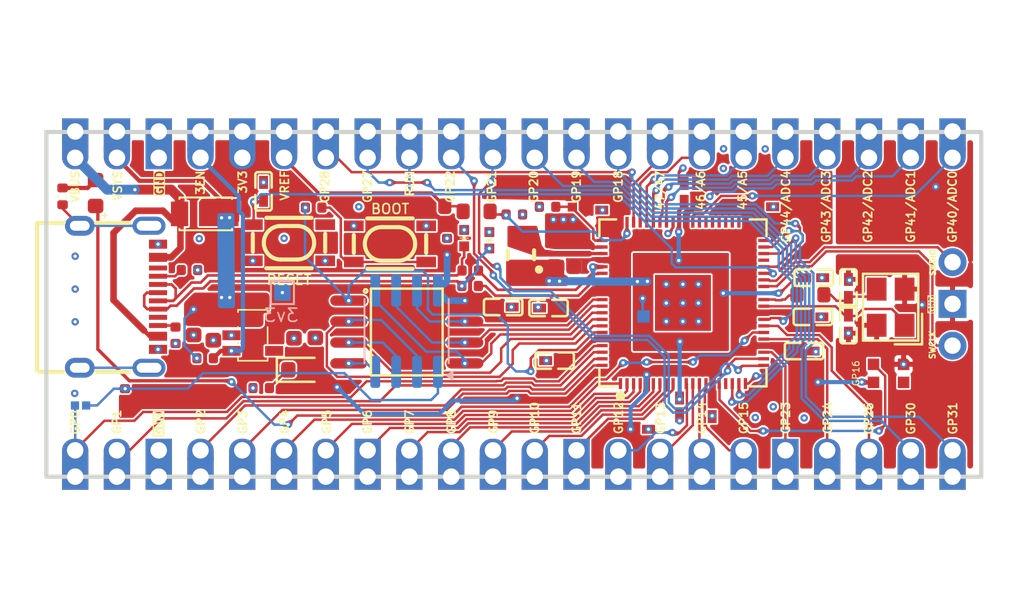
<source format=kicad_pcb>
(kicad_pcb (version 20241229) (generator "pcbnew") (generator_version "9.0")
  (layers (0 "F.Cu" signal "Top Layer") (4 "In1.Cu" signal "Inner1") (6 "In2.Cu" signal "Inner2") (2 "B.Cu" signal "Bottom Layer") (13 "F.Paste" user "Top Paste Mask Layer") (15 "B.Paste" user "Bottom Paste Mask Layer") (5 "F.SilkS" user "Top Silkscreen Layer") (7 "B.SilkS" user "Bottom Silkscreen Layer") (1 "F.Mask" user "Top Solder Mask Layer") (3 "B.Mask" user "Bottom Solder Mask Layer") (25 "Edge.Cuts" user "Multi-Layer"))
  (net 0 "")
  (net 1 "GND")
  (net 2 "RUN")
  (net 3 "1V1")
  (net 4 "Net-(U1-XIN)")
  (net 5 "Net-(U1-QSPI_SS)")
  (net 6 "Net-(U1-XOUT)")
  (net 7 "GPIO4")
  (net 8 "GPIO5")
  (net 9 "GPIO6")
  (net 10 "GPIO7")
  (net 11 "GPIO8")
  (net 12 "GPIO9")
  (net 13 "GPIO10")
  (net 14 "GPIO11")
  (net 15 "GPIO12")
  (net 16 "GPIO13")
  (net 17 "GPIO14")
  (net 18 "GPIO15")
  (net 19 "GPIO17")
  (net 20 "GPIO18")
  (net 21 "GPIO19")
  (net 22 "GPIO20")
  (net 23 "GPIO21")
  (net 24 "GPIO22")
  (net 25 "GPIO23")
  (net 26 "GPIO24")
  (net 27 "GPIO26")
  (net 28 "GPIO27")
  (net 29 "GPIO28")
  (net 30 "GPIO29")
  (net 31 "GPIO30")
  (net 32 "GPIO31")
  (net 33 "GPIO32")
  (net 34 "GPIO33")
  (net 35 "GPIO34")
  (net 36 "GPIO35")
  (net 37 "GPIO0")
  (net 38 "GPIO1")
  (net 39 "GPIO2")
  (net 40 "GPIO3")
  (net 41 "GPIO39")
  (net 42 "GPIO38")
  (net 43 "GPIO37")
  (net 44 "GPIO36")
  (net 45 "VSYS")
  (net 46 "3V3_EN")
  (net 47 "VBUS")
  (net 48 "Net-(Boot1-Pad1)")
  (net 49 "Net-(U1-VREG_AVDD)")
  (net 50 "Net-(C17-Pad1)")
  (net 51 "/VREG_LX")
  (net 52 "Net-(USB1-CC1)")
  (net 53 "Net-(USB1-CC2)")
  (net 55 "GPIO47{slash}ADC7")
  (net 56 "GPIO44{slash}ADC4")
  (net 57 "GPIO45{slash}ADC5")
  (net 58 "GPIO42{slash}ADC2")
  (net 59 "GPIO43{slash}ADC3")
  (net 60 "GPIO46{slash}ADC6")
  (net 61 "GPIO41{slash}ADC1")
  (net 62 "GPIO40{slash}ADC0")
  (net 66 "ADC_VREF")
  (net 67 "Net-(U1-ADC_AVDD)")
  (net 68 "USB2_D-")
  (net 69 "USB2_D+")
  (net 70 "Net-(U1-USB_DM)")
  (net 71 "Net-(U1-USB_DP)")
  (net 72 "Net-(PWR_LED1-Pad1)")
  (net 73 "QSPI_SCLK")
  (net 74 "QSPI_SD3")
  (net 75 "QSPI_SD1")
  (net 76 "QSPI_SD2")
  (net 77 "QSPI_SD0")
  (net 78 "Net-(JP1-A)")
  (net 79 "3V3")
  (net 80 "SWCLK")
  (net 81 "SWDIO")
  (net 82 "Net-(U1-GPIO25)")
  (net 83 "Net-(LED1-Pad1)")
  (net 84 "Net-(D4-DIN)")
  (footprint "Connector_PinHeader_2.54mm:PinHeader_1x03_P2.54mm_Vertical" (layer "F.Cu") (at 149.815 155.824199 180)
    (property "Reference" "J2" (hide yes))
    (property "Value" "Conn_01x03_Pin" (hide yes))
  )
  (footprint "RP2350 Dev Board:C0402" (layer "F.Cu") (at 134.25 146.5 -90)
    (property "Reference" "C14" (hide yes))
    (property "Value" "100nF")
  )
  (footprint "PCM_JLCPCB:R_0603" (layer "F.Cu") (at 120.8808 147.6538 180)
    (property "Reference" "R7" (hide yes))
    (property "Value" "1Ω" (hide yes))
  )
  (footprint "RP2350 Dev Board:C0402" (layer "F.Cu") (at 107.9268 146.4346 -90)
    (property "Reference" "C15" (hide yes))
    (property "Value" "100nF")
  )
  (footprint "RP2350 Dev Board:D0402-BI" (layer "F.Cu") (at 120.125 149.2842 -90)
    (property "Reference" "D2" (hide yes))
    (property "Value" "RCLAMP0521P.TCT-MS")
  )
  (footprint "RP2350 Dev Board:C0402" (layer "F.Cu") (at 122.495 153.4742)
    (property "Reference" "C16" (hide yes))
    (property "Value" "100nF")
  )
  (footprint "EasyEDA:SOT-23-5_L3.0-W1.7-P0.95-LS2.8-BR" (layer "F.Cu") (at 107.275 155.1942 180)
    (property "Reference" "U3" (hide yes))
    (property "Value" "~")
  )
  (footprint "EasyEDA:POWERDI-123_L2.8-W1.8-LS3.7-RD" (layer "F.Cu") (at 104.0152 147.8062 180)
    (property "Reference" "D1" (hide yes))
    (property "Value" "~")
  )
  (footprint "PCM_JLCPCB:D_0603" (layer "F.Cu") (at 110.225 157.2942)
    (property "Reference" "PWR_LED1" (hide yes))
    (property "Value" "Red" (hide yes))
  )
  (footprint "PCM_JLCPCB:R_0402" (layer "F.Cu") (at 120.495 151.2542 180)
    (property "Reference" "R2" (hide yes))
    (property "Value" "33Ω" (hide yes))
  )
  (footprint "RP2350 Dev Board:C0402" (layer "F.Cu") (at 138.3306 147.3744)
    (property "Reference" "C7" (hide yes))
    (property "Value" "100nF")
  )
  (footprint "Mars_Library:R_0402" (layer "F.Cu") (at 95.7094 146.7394 -90)
    (property "Reference" "R9" (hide yes))
    (property "Value" "2kΩ")
  )
  (footprint "EasyEDA:C0402" (layer "F.Cu") (at 143.4868 152.3442 90)
    (property "Reference" "C17" (hide yes))
    (property "Value" "15pF")
  )
  (footprint "PCM_JLCPCB:C_0603" (layer "F.Cu") (at 125.6025 150.2292 -90)
    (property "Reference" "C10" (hide yes))
    (property "Value" "4.7uF" (hide yes))
  )
  (footprint "RP2350 Dev Board:C0402" (layer "F.Cu") (at 125.255 153.5342)
    (property "Reference" "C9" (hide yes))
    (property "Value" "100nF")
  )
  (footprint "EasyEDA:C0402" (layer "F.Cu") (at 143.4868 154.5142 90)
    (property "Reference" "C18" (hide yes))
    (property "Value" "15pF")
  )
  (footprint "RP2350 Dev Board:C0402" (layer "F.Cu") (at 135.201 159.5942 -90)
    (property "Reference" "C3" (hide yes))
    (property "Value" "100nF")
  )
  (footprint "RP2350 Dev Board:D0402-BI" (layer "F.Cu") (at 121.655 149.4142 -90)
    (property "Reference" "D3" (hide yes))
    (property "Value" "RCLAMP0521P.TCT-MS")
  )
  (footprint "RP2350 Dev Board:C0402" (layer "F.Cu") (at 133.5 146.5 -90)
    (property "Reference" "C13" (hide yes))
    (property "Value" "100nF")
  )
  (footprint "RP2350 Dev Board:C0402" (layer "F.Cu") (at 140.789 156.1522)
    (property "Reference" "C4" (hide yes))
    (property "Value" "100nF")
  )
  (footprint "RP2350 Dev Board:CRYSTAL-SMD_4P-L3.2-W2.5-BL" (layer "F.Cu") (at 146.0522 153.4842 90)
    (property "Reference" "X1" (hide yes))
    (property "Value" "~" (hide yes))
  )
  (footprint "RP2350 Dev Board:R0402" (layer "F.Cu") (at 127.135 147.3942 180)
    (property "Reference" "R6" (hide yes))
    (property "Value" "33Ω")
  )
  (footprint "Mars_Library:Pico_22pin" (layer "F.Cu") (at 96.475 162.1942 90)
    (property "Reference" "J3" (hide yes))
    (property "Value" "Conn_01x32_MountingPin")
  )
  (footprint "PCM_JLCPCB:C_0402" (layer "F.Cu") (at 123.175 147.8442)
    (property "Reference" "C19" (hide yes))
    (property "Value" "4.7uF" (hide yes))
  )
  (footprint "RP2350 Dev Board:C0402" (layer "F.Cu") (at 130.7868 160.9126)
    (property "Reference" "C1" (hide yes))
    (property "Value" "100nF")
  )
  (footprint "PCM_JLCPCB:C_0402" (layer "F.Cu") (at 125.195 147.3742)
    (property "Reference" "C11" (hide yes))
    (property "Value" "4.7uF" (hide yes))
  )
  (footprint "EasyEDA:USB-C-SMD_TYPE-C-6PIN-2MD-073" (layer "F.Cu") (at 99.133 152.8502 -90)
    (property "Reference" "USB1" (hide yes))
    (property "Value" "~")
  )
  (footprint "RP2350 Dev Board:C0402" (layer "F.Cu") (at 141.375 151.6942)
    (property "Reference" "C5" (hide yes))
    (property "Value" "100nF")
  )
  (footprint "RP2350 Dev Board:KEY-SMD_4P-L4.2-W3.2-P2.20-LS5.1-TL" (layer "F.Cu") (at 109.475 149.5642)
    (property "Reference" "Reset1" (hide yes))
    (property "Value" "K2-1808SN-A4SW-01" (hide yes))
  )
  (footprint "PCM_JLCPCB:R_0402" (layer "F.Cu") (at 102.575 155.1942 90)
    (property "Reference" "R4" (hide yes))
    (property "Value" "5.1kΩ" (hide yes))
  )
  (footprint "PCM_JLCPCB:R_0402" (layer "F.Cu") (at 110.9748 147.4252 180)
    (property "Reference" "R5" (hide yes))
    (property "Value" "1kΩ" (hide yes))
  )
  (footprint "PCM_JLCPCB:R_0402" (layer "F.Cu") (at 103.425 151.2242 180)
    (property "Reference" "R1" (hide yes))
    (property "Value" "5.1kΩ" (hide yes))
  )
  (footprint "PCM_JLCPCB:R_0402" (layer "F.Cu") (at 107.785 158.4042 180)
    (property "Reference" "R12" (hide yes))
    (property "Value" "2kΩ" (hide yes))
  )
  (footprint "EasyEDA:QFN-80_L10.0-W10.0-P0.40-TL-EP3.4" (layer "F.Cu") (at 133.425396 153.223309 90)
    (property "Reference" "U1" (hide yes))
    (property "Value" "~")
  )
  (footprint "PCM_JLCPCB:C_0603" (layer "F.Cu") (at 109.775 154.5942 -90)
    (property "Reference" "C40" (hide yes))
    (property "Value" "10uF" (hide yes))
  )
  (footprint "EasyEDA:KEY-SMD_4P-L4.2-W3.2-P2.20-LS5.1-TL" (layer "F.Cu") (at 115.615 149.6342 180)
    (property "Reference" "Boot1" (hide yes))
    (property "Value" "K2-1808SN-A4SW-01")
  )
  (footprint "PCM_JLCPCB:R_0402" (layer "F.Cu") (at 120.485 152.1942 180)
    (property "Reference" "R3" (hide yes))
    (property "Value" "33Ω" (hide yes))
  )
  (footprint "PCM_JLCPCB:C_0603" (layer "F.Cu") (at 103.675 154.3942 -90)
    (property "Reference" "C39" (hide yes))
    (property "Value" "100nF" (hide yes))
  )
  (footprint "RP2350 Dev Board:IND-SMD_L2.0-W1.6_AOTA-B201610S3R3-101-T" (layer "F.Cu") (at 123.575 150.2942 -90)
    (property "Reference" "L1" (hide yes))
    (property "Value" "~" (hide yes))
  )
  (footprint "PCM_JLCPCB:C_0402" (layer "F.Cu") (at 119.085 149.7942 90)
    (property "Reference" "C22" (hide yes))
    (property "Value" "100nF")
  )
  (footprint "PCM_JLCPCB:R_0402" (layer "F.Cu") (at 104.375 156.5942)
    (property "Reference" "R11" (hide yes))
    (property "Value" "100kΩ" (hide yes))
  )
  (footprint "PCM_JLCPCB:R_0603" (layer "F.Cu") (at 141.175 152.7232 180)
    (property "Reference" "R28" (hide yes))
    (property "Value" "1kΩ" (hide yes))
  )
  (footprint "Mars_Library:Pico_22pin" (layer "F.Cu") (at 149.815 144.3942 -90)
    (property "Reference" "J1" (hide yes))
    (property "Value" "Conn_01x32_MountingPin")
  )
  (footprint "LED_SMD:LED_WS2812B-2020_PLCC4_2.0x2.0mm" (layer "F.Cu") (at 145.9252 157.509 180)
    (property "Reference" "D4" (hide yes))
    (property "Value" "WS2812B-2020")
  )
  (footprint "RP2350 Dev Board:C0402" (layer "F.Cu") (at 133.22 159.5557 -90)
    (property "Reference" "C2" (hide yes))
    (property "Value" "100nF")
  )
  (footprint "Mars_Library:Mars_LED_0603" (layer "F.Cu") (at 97.716 146.5362 -90)
    (property "Reference" "LED1" (hide yes))
    (property "Value" "Red" (hide yes))
  )
  (footprint "PCM_JLCPCB:C_0603" (layer "F.Cu") (at 126.802 150.2352 -90)
    (property "Reference" "C12" (hide yes))
    (property "Value" "4.7uF" (hide yes))
  )
  (footprint "PCM_JLCPCB:C_0603" (layer "F.Cu") (at 104.875 154.7142 -90)
    (property "Reference" "C37" (hide yes))
    (property "Value" "10uF" (hide yes))
  )
  (footprint "RP2350 Dev Board:C0402" (layer "F.Cu") (at 125.625 156.7342)
    (property "Reference" "C8" (hide yes))
    (property "Value" "100nF")
  )
  (footprint "PCM_JLCPCB:C_0603" (layer "F.Cu") (at 111.075 154.5742 -90)
    (property "Reference" "C38" (hide yes))
    (property "Value" "100nF" (hide yes))
  )
  (footprint "RP2350 Dev Board:C0402" (layer "F.Cu") (at 141.325 154.0742)
    (property "Reference" "C6" (hide yes))
    (property "Value" "100nF")
  )
  (footprint "PCM_JLCPCB:R_0603" (layer "F.Cu") (at 118.125 147.3442 180)
    (property "Reference" "R8" (hide yes))
    (property "Value" "200Ω" (hide yes))
  )
  (footprint "PCM_JLCPCB:SOIC-8_L5.3-W5.3-P1.27-LS8.0-BL" (layer "F.Cu") (at 116.635 154.9942 -90)
    (property "Reference" "U4" (hide yes))
    (property "Value" "Winbond W25Q128JVSIQ" (hide yes))
  )
  (footprint "PCM_JLCPCB:R_0402" (layer "F.Cu") (at 99.505 158.9442 -90)
    (property "Reference" "R14" (hide yes))
    (property "Value" "10kΩ" (hide yes))
  )
  (footprint "RP2350 Dev Board:C0402" (layer "F.Cu") (at 129.035 147.5742)
    (property "Reference" "C36" (hide yes))
    (property "Value" "100nF")
  )
  (footprint "TestPoint:TestPoint_Pad_1.0x1.0mm" (layer "B.Cu") (at 131.025 154.0442 180)
    (property "Reference" "TP1" (hide yes))
    (property "Value" "TestPoint" (hide yes))
  )
  (footprint "TestPoint:TestPoint_Pad_1.0x1.0mm" (layer "B.Cu") (at 109.075 152.5942 180)
    (property "Reference" "TP2" (hide yes))
    (property "Value" "TestPoint")
  )
  (footprint "PCM_4ms_SolderJumper:JUMPER_SMD_1x2_tiny" (layer "B.Cu") (at 96.8016 159.4648 180)
    (property "Reference" "JP1" (hide yes))
    (property "Value" "SolderJumper_2_Open")
  )
  (footprint "Package_SO:SOIC-8_3.9x4.9mm_P1.27mm" (layer "B.Cu") (at 116.625 154.9442 90)
    (property "Reference" "U6" (hide yes))
    (property "Value" "ESP-PSRAM32" (hide yes))
  )
  (gr_rect (start 94.72 142.824493) (end 151.560001 163.8) (stroke (width 0.254)) (fill no) (layer "Edge.Cuts"))
  (gr_text "GP11" (at 126.963402 161.2682 90) (layer "F.SilkS") (effects (font (size 0.5 0.5) (thickness 0.1) (bold yes)) (justify left)))
  (gr_text "GP27" (at 114.2514 145.1138 90) (layer "F.SilkS") (effects (font (size 0.5 0.5) (thickness 0.1) (bold yes)) (justify right)))
  (gr_text "GP4" (at 109.219407 161.2682 90) (layer "F.SilkS") (effects (font (size 0.5 0.5) (thickness 0.1) (bold yes)) (justify left)))
  (gr_text "SWCLK" (at 148.799 155.773399 90) (layer "F.SilkS") (effects (font (size 0.35 0.35) (thickness 0.0875) (bold yes)) (justify bottom)))
  (gr_text "GP8" (at 119.355404 161.2682 90) (layer "F.SilkS") (effects (font (size 0.5 0.5) (thickness 0.1) (bold yes)) (justify left)))
  (gr_text "SWDIO" (at 148.8244 150.769599 90) (layer "F.SilkS") (effects (font (size 0.35 0.35) (thickness 0.0875) (bold yes)) (justify bottom)))
  (gr_text "GP41/ADC1" (at 147.272187 145.1138 90) (layer "F.SilkS") (effects (font (size 0.5 0.5) (thickness 0.1) (bold yes)) (justify right)))
  (gr_text "GP16" (at 143.944 157.509 90) (layer "F.SilkS") (effects (font (size 0.4 0.4) (thickness 0.06))))
  (gr_text "3V3" (at 106.657465 145.1138 90) (layer "F.SilkS") (effects (font (size 0.5 0.5) (thickness 0.1) (bold yes)) (justify right)))
  (gr_text "GP30" (at 147.283402 161.2936 90) (layer "F.SilkS") (effects (font (size 0.5 0.5) (thickness 0.1) (bold yes)) (justify left)))
  (gr_text "GP42/ADC2" (at 144.670562 145.1138 90) (layer "F.SilkS") (effects (font (size 0.5 0.5) (thickness 0.1) (bold yes)) (justify right)))
  (gr_text "GP24" (at 142.227405 161.2682 90) (layer "F.SilkS") (effects (font (size 0.5 0.5) (thickness 0.1) (bold yes)) (justify left)))
  (gr_text "GP28" (at 111.660793 145.1138 90) (layer "F.SilkS") (effects (font (size 0.5 0.5) (thickness 0.1) (bold yes)) (justify right)))
  (gr_text "GP43/ADC3" (at 142.131349 145.1138 90) (layer "F.SilkS") (effects (font (size 0.5 0.5) (thickness 0.1) (bold yes)) (justify right)))
  (gr_text "GP21" (at 121.807465 145.1138 90) (layer "F.SilkS") (effects (font (size 0.5 0.5) (thickness 0.1) (bold yes)) (justify right)))
  (gr_text "VBUS" (at 96.4714 145.1138 90) (layer "F.SilkS") (effects (font (size 0.5 0.5) (thickness 0.1) (bold yes)) (justify right)))
  (gr_text "GP19" (at 126.9514 145.1138 90) (layer "F.SilkS") (effects (font (size 0.5 0.5) (thickness 0.1) (bold yes)) (justify right)))
  (gr_text "47/A7" (at 132.0314 145.1138 90) (layer "F.SilkS") (effects (font (size 0.5 0.5) (thickness 0.1) (bold yes)) (justify right)))
  (gr_text "GP44/ADC4" (at 139.686924 145.1138 90) (layer "F.SilkS") (effects (font (size 0.5 0.5) (thickness 0.1) (bold yes)) (justify right)))
  (gr_text "BOOT" (at 115.623 147.857 0) (layer "F.SilkS") (effects (font (size 0.6 0.6) (thickness 0.1)) (justify bottom)))
  (gr_text "GP13" (at 132.067406 161.2682 90) (layer "F.SilkS") (effects (font (size 0.5 0.5) (thickness 0.1) (bold yes)) (justify left)))
  (gr_text "GND\n" (at 101.607465 145.1138 90) (layer "F.SilkS" knockout) (effects (font (size 0.5 0.5) (thickness 0.1) (bold yes)) (justify right)))
  (gr_text "GP23" (at 139.675403 161.2682 90) (layer "F.SilkS") (effects (font (size 0.5 0.5) (thickness 0.1) (bold yes)) (justify left)))
  (gr_text "GP31" (at 149.835404 161.2936 90) (layer "F.SilkS") (effects (font (size 0.5 0.5) (thickness 0.1) (bold yes)) (justify left)))
  (gr_text "VREF" (at 109.215198 145.1138 90) (layer "F.SilkS") (effects (font (size 0.5 0.5) (thickness 0.1) (bold yes)) (justify right)))
  (gr_text "GP14" (at 134.5714 161.2682 90) (layer "F.SilkS") (effects (font (size 0.5 0.5) (thickness 0.1) (bold yes)) (justify left)))
  (gr_text "GND" (at 101.565404 161.407473 90) (layer "F.SilkS" knockout) (effects (font (size 0.5 0.5) (thickness 0.1) (bold yes)) (justify left)))
  (gr_text "GP7\n" (at 116.803402 161.2682 90) (layer "F.SilkS") (effects (font (size 0.5 0.5) (thickness 0.1) (bold yes)) (justify left)))
  (gr_text "GP6\n" (at 114.2514 161.2682 90) (layer "F.SilkS") (effects (font (size 0.5 0.5) (thickness 0.1) (bold yes)) (justify left)))
  (gr_text "GP3\n" (at 106.667405 161.2682 90) (layer "F.SilkS") (effects (font (size 0.5 0.5) (thickness 0.1) (bold yes)) (justify left)))
  (gr_text "GP2" (at 104.115404 161.2682 90) (layer "F.SilkS") (effects (font (size 0.5 0.5) (thickness 0.1) (bold yes)) (justify left)))
  (gr_text "GP26" (at 144.7314 161.2936 90) (layer "F.SilkS") (effects (font (size 0.5 0.5) (thickness 0.1) (bold yes)) (justify left)))
  (gr_text "45/A5" (at 137.052923 145.1138 90) (layer "F.SilkS") (effects (font (size 0.5 0.5) (thickness 0.1) (bold yes)) (justify right)))
  (gr_text "GP18" (at 129.4914 145.1138 90) (layer "F.SilkS") (effects (font (size 0.5 0.5) (thickness 0.1) (bold yes)) (justify right)))
  (gr_text "GND" (at 148.7736 153.3096 90) (layer "F.SilkS" knockout) (effects (font (size 0.35 0.35) (thickness 0.0875) (bold yes)) (justify bottom)))
  (gr_text "VSYS" (at 99.058346 145.1138 90) (layer "F.SilkS") (effects (font (size 0.5 0.5) (thickness 0.1) (bold yes)) (justify right)))
  (gr_text "RUN" (at 116.8168 145.1138 90) (layer "F.SilkS") (effects (font (size 0.5 0.5) (thickness 0.1) (bold yes)) (justify right)))
  (gr_text "GP15" (at 137.123402 161.2682 90) (layer "F.SilkS") (effects (font (size 0.5 0.5) (thickness 0.1) (bold yes)) (justify left)))
  (gr_text "GP9" (at 121.907406 161.2682 90) (layer "F.SilkS") (effects (font (size 0.5 0.5) (thickness 0.1) (bold yes)) (justify left)))
  (gr_text "GP1" (at 99.0114 161.2682 90) (layer "F.SilkS") (effects (font (size 0.5 0.5) (thickness 0.1) (bold yes)) (justify left)))
  (gr_text "GP20\n" (at 124.356858 145.1138 90) (layer "F.SilkS") (effects (font (size 0.5 0.5) (thickness 0.1) (bold yes)) (justify right)))
  (gr_text "GP12" (at 129.515404 161.2682 90) (layer "F.SilkS") (effects (font (size 0.5 0.5) (thickness 0.1) (bold yes)) (justify left)))
  (gr_text "46/A6" (at 134.51371 145.1138 90) (layer "F.SilkS") (effects (font (size 0.5 0.5) (thickness 0.1) (bold yes)) (justify right)))
  (gr_text "GP5\n" (at 111.771409 161.2682 90) (layer "F.SilkS") (effects (font (size 0.5 0.5) (thickness 0.1) (bold yes)) (justify left)))
  (gr_text "RESET" (at 109.4762 152.175 0) (layer "F.SilkS") (effects (font (size 0.6 0.6) (thickness 0.1)) (justify bottom)))
  (gr_text "3EN" (at 104.089963 145.1138 90) (layer "F.SilkS") (effects (font (size 0.5 0.5) (thickness 0.1) (bold yes)) (justify right)))
  (gr_text "GP0" (at 96.4714 161.2942 90) (layer "F.SilkS") (effects (font (size 0.5 0.5) (thickness 0.1) (bold yes)) (justify left)))
  (gr_text "GP40/ADC0" (at 149.8114 145.1138 90) (layer "F.SilkS") (effects (font (size 0.5 0.5) (thickness 0.1) (bold yes)) (justify right)))
  (gr_text "GP10" (at 124.4114 161.2682 90) (layer "F.SilkS") (effects (font (size 0.5 0.5) (thickness 0.1) (bold yes)) (justify left)))
  (gr_text "GP22\n" (at 119.278432 145.1138 90) (layer "F.SilkS") (effects (font (size 0.5 0.5) (thickness 0.1) (bold yes)) (justify right)))
  (gr_text "3v3" (at 110.125 154.4442 0) (layer "B.SilkS") (effects (font (size 0.8 0.8) (thickness 0.1)) (justify left bottom mirror)))
  (segment (start 95.7094 147.4866) (end 96.753 148.5302) (width 0.15) (layer "F.Cu") (net 1))
  (segment (start 133.1744 145.9404) (end 133.9284 145.9404) (width 0.15) (layer "F.Cu") (net 1))
  (segment (start 95.7094 147.249399) (end 95.7094 147.4866) (width 0.15) (layer "F.Cu") (net 1))
  (segment (start 127.975 149.8312) (end 127.835 149.8312) (width 0.2) (layer "F.Cu") (net 1))
  (segment (start 127.975 149.8312) (end 127.975 149.7942) (width 0.2) (layer "F.Cu") (net 1))
  (segment (start 133.4284 145.0122) (end 133.4284 145.063) (width 0.15) (layer "F.Cu") (net 1))
  (segment (start 127.975 149.7942) (end 127.825 149.6442) (width 0.2) (layer "F.Cu") (net 1))
  (segment (start 133.1744 145.317) (end 133.1744 145.9404) (width 0.15) (layer "F.Cu") (net 1))
  (segment (start 133.4284 145.063) (end 133.1744 145.317) (width 0.15) (layer "F.Cu") (net 1))
  (segment (start 128.5155 149.8312) (end 127.975 149.8312) (width 0.2) (layer "F.Cu") (net 1))
  (via (at 126.751 148.1512) (size 0.45) (drill 0.2) (layers "F.Cu" "B.Cu") (net 1))
  (via (at 143.4868 155.0642) (size 0.45) (drill 0.2) (layers "F.Cu" "B.Cu") (net 1))
  (via (at 113.415 148.5342) (size 0.45) (drill 0.2) (layers "F.Cu" "B.Cu") (net 1))
  (via (at 96.475 152.3842) (size 0.45) (drill 0.2) (layers "F.Cu" "B.Cu") (net 1))
  (via (at 138.9148 159.541) (size 0.45) (drill 0.2) (layers "F.Cu" "B.Cu") (net 1))
  (via (at 96.475 150.3842) (size 0.45) (drill 0.2) (layers "F.Cu" "B.Cu") (net 1))
  (via (at 138.425 143.8542) (size 0.45) (drill 0.2) (layers "F.Cu" "B.Cu") (net 1))
  (via (at 133.423 152.0882) (size 0.45) (drill 0.2) (layers "F.Cu" "B.Cu") (net 1))
  (via (at 111.075 155.3542) (size 0.45) (drill 0.2) (layers "F.Cu" "B.Cu") (net 1))
  (via (at 103.925 151.2242) (size 0.45) (drill 0.2) (layers "F.Cu" "B.Cu") (net 1))
  (via (at 109.175 149.2942) (size 0.45) (drill 0.2) (layers "F.Cu" "B.Cu") (net 1))
  (via (at 109.775 155.3742) (size 0.45) (drill 0.2) (layers "F.Cu" "B.Cu") (net 1))
  (via (at 105.975 155.1942) (size 0.45) (drill 0.2) (layers "F.Cu" "B.Cu") (net 1))
  (via (at 104.015 149.3142) (size 0.45) (drill 0.2) (layers "F.Cu" "B.Cu") (net 1))
  (via (at 113.718 147.3744) (size 0.45) (drill 0.2) (layers "F.Cu" "B.Cu") (net 1))
  (via (at 135.895 143.8442) (size 0.45) (drill 0.2) (layers "F.Cu" "B.Cu") (net 1))
  (via (at 147.9572 153.3434) (size 0.45) (drill 0.2) (layers "F.Cu" "B.Cu") (net 1))
  (via (at 123.675 147.8442) (size 0.45) (drill 0.2) (layers "F.Cu" "B.Cu") (net 1))
  (via (at 113.105 156.9042) (size 0.45) (drill 0.2) (layers "F.Cu" "B.Cu") (net 1))
  (via (at 96.475 154.3742) (size 0.45) (drill 0.2) (layers "F.Cu" "B.Cu") (net 1))
  (via (at 134.3775 154.3527) (size 0.45) (drill 0.2) (layers "F.Cu" "B.Cu") (net 1))
  (via (at 141.505208 156.194499) (size 0.45) (drill 0.2) (layers "F.Cu" "B.Cu") (net 1))
  (via (at 120.125 148.7842) (size 0.45) (drill 0.2) (layers "F.Cu" "B.Cu") (net 1))
  (via (at 125.549 148.1512) (size 0.45) (drill 0.2) (layers "F.Cu" "B.Cu") (net 1))
  (via (at 103.675 155.1742) (size 0.45) (drill 0.2) (layers "F.Cu" "B.Cu") (net 1))
  (via (at 134.3645 152.0882) (size 0.45) (drill 0.2) (layers "F.Cu" "B.Cu") (net 1))
  (via (at 126.1625 148.1512) (size 0.45) (drill 0.2) (layers "F.Cu" "B.Cu") (net 1))
  (via (at 101.513 149.6502) (size 0.45) (drill 0.2) (layers "F.Cu" "B.Cu") (net 1))
  (via (at 111.675 150.6642) (size 0.45) (drill 0.2) (layers "F.Cu" "B.Cu") (net 1))
  (via (at 101.513 156.0502) (size 0.45) (drill 0.2) (layers "F.Cu" "B.Cu") (net 1))
  (via (at 107.285 158.4042) (size 0.45) (drill 0.2) (layers "F.Cu" "B.Cu") (net 1))
  (via (at 138.9264 147.3744) (size 0.45) (drill 0.2) (layers "F.Cu" "B.Cu") (net 1))
  (via (at 146.8402 156.959) (size 0.45) (drill 0.2) (layers "F.Cu" "B.Cu") (net 1))
  (via (at 140.7944 160.2268) (size 0.45) (drill 0.2) (layers "F.Cu" "B.Cu") (net 1))
  (via (at 132.407 152.0882) (size 0.45) (drill 0.2) (layers "F.Cu" "B.Cu") (net 1))
  (via (at 104.875 155.4942) (size 0.45) (drill 0.2) (layers "F.Cu" "B.Cu") (net 1))
  (via (at 141.825 154.0742) (size 0.45) (drill 0.2) (layers "F.Cu" "B.Cu") (net 1))
  (via (at 132.4115 154.3527) (size 0.45) (drill 0.2) (layers "F.Cu" "B.Cu") (net 1))
  (via (at 135.885 145.0442) (size 0.45) (drill 0.2) (layers "F.Cu" "B.Cu") (net 1))
  (via (at 121.655 148.9142) (size 0.45) (drill 0.2) (layers "F.Cu" "B.Cu") (net 1))
  (via (at 107.9268 145.8896) (size 0.45) (drill 0.2) (layers "F.Cu" "B.Cu") (net 1))
  (via (at 137.8226 160.2014) (size 0.45) (drill 0.2) (layers "F.Cu" "B.Cu") (net 1))
  (via (at 131.3318 160.9126) (size 0.45) (drill 0.2) (layers "F.Cu" "B.Cu") (net 1))
  (via (at 117.815 148.5342) (size 0.45) (drill 0.2) (layers "F.Cu" "B.Cu") (net 1))
  (via (at 128.535 147.5742) (size 0.45) (drill 0.2) (layers "F.Cu" "B.Cu") (net 1))
  (via (at 107.275 150.6642) (size 0.45) (drill 0.2) (layers "F.Cu" "B.Cu") (net 1))
  (via (at 119.085 149.2942) (size 0.45) (drill 0.2) (layers "F.Cu" "B.Cu") (net 1))
  (via (at 134.3645 153.2312) (size 0.45) (drill 0.2) (layers "F.Cu" "B.Cu") (net 1))
  (via (at 143.555 151.8442) (size 0.45) (drill 0.2) (layers "F.Cu" "B.Cu") (net 1))
  (via (at 122.995 153.4742) (size 0.45) (drill 0.2) (layers "F.Cu" "B.Cu") (net 1))
  (via (at 124.695 147.3742) (size 0.45) (drill 0.2) (layers "F.Cu" "B.Cu") (net 1))
  (via (at 133.423 153.2312) (size 0.45) (drill 0.2) (layers "F.Cu" "B.Cu") (net 1))
  (via (at 125.125 156.7342) (size 0.45) (drill 0.2) (layers "F.Cu" "B.Cu") (net 1))
  (via (at 133.225088 160.396833) (size 0.45) (drill 0.2) (layers "F.Cu" "B.Cu") (net 1))
  (via (at 141.875 151.6942) (size 0.45) (drill 0.2) (layers "F.Cu" "B.Cu") (net 1))
  (via (at 132.4115 153.2312) (size 0.45) (drill 0.2) (layers "F.Cu" "B.Cu") (net 1))
  (via (at 96.446 158.7282) (size 0.45) (drill 0.2) (layers "F.Cu" "B.Cu") (net 1))
  (via (at 135.201 160.0942) (size 0.45) (drill 0.2) (layers "F.Cu" "B.Cu") (net 1))
  (via (at 148.7954 146.1552) (size 0.45) (drill 0.2) (layers "F.Cu" "B.Cu") (net 1))
  (via (at 102.575 155.6942) (size 0.45) (drill 0.2) (layers "F.Cu" "B.Cu") (net 1))
  (via (at 124.623 153.4852) (size 0.45) (drill 0.2) (layers "F.Cu" "B.Cu") (net 1))
  (via (at 133.423 154.3527) (size 0.45) (drill 0.2) (layers "F.Cu" "B.Cu") (net 1))
  (via (at 133.4284 145.0122) (size 0.45) (drill 0.2) (layers "F.Cu" "B.Cu") (net 1))
  (segment (start 114.205 156.9042) (end 113.105 156.9042) (width 0.15) (layer "B.Cu") (net 1))
  (segment (start 96.753 157.1702) (end 100.963 157.1702) (width 0.15) (layer "B.Cu") (net 1))
  (segment (start 114.72 157.4192) (end 114.205 156.9042) (width 0.15) (layer "B.Cu") (net 1))
  (segment (start 96.753 148.5302) (end 100.963 148.5302) (width 0.15) (layer "B.Cu") (net 1))
  (segment (start 138.920891 151.448309) (end 139.070891 151.448309) (width 0.16) (layer "F.Cu") (net 2))
  (segment (start 107.325 147.0742) (end 107.325 148.4142) (width 0.15) (layer "F.Cu") (net 2))
  (segment (start 138.920891 151.448309) (end 138.895891 151.423309) (width 0.15) (layer "F.Cu") (net 2))
  (segment (start 138.854109 151.423309) (end 138.332896 151.423309) (width 0.15) (layer "F.Cu") (net 2))
  (segment (start 138.879109 151.448309) (end 138.854109 151.423309) (width 0.15) (layer "F.Cu") (net 2))
  (segment (start 138.920891 151.448309) (end 138.879109 151.448309) (width 0.15) (layer "F.Cu") (net 2))
  (segment (start 107.325 147.0742) (end 107.8322 147.0742) (width 0.15) (layer "F.Cu") (net 2))
  (via (at 107.325 147.0742) (size 0.45) (drill 0.2) (layers "F.Cu" "B.Cu") (net 2))
  (via (at 138.920891 151.448309) (size 0.45) (drill 0.2) (layers "F.Cu" "B.Cu") (net 2))
  (segment (start 116.795 144.3942) (end 116.795 146.6088) (width 0.15) (layer "B.Cu") (net 2))
  (segment (start 138.920891 151.448309) (end 138.538782 151.0662) (width 0.15) (layer "B.Cu") (net 2))
  (segment (start 138.538782 151.0662) (end 132.991544 151.0662) (width 0.15) (layer "B.Cu") (net 2))
  (segment (start 132.742 150.816655) (end 132.742 149.9112) (width 0.15) (layer "B.Cu") (net 2))
  (segment (start 116.7914 146.6124) (end 107.7868 146.6124) (width 0.15) (layer "B.Cu") (net 2))
  (segment (start 107.7868 146.6124) (end 107.325 147.0742) (width 0.15) (layer "B.Cu") (net 2))
  (segment (start 129.4432 146.6124) (end 116.7914 146.6124) (width 0.15) (layer "B.Cu") (net 2))
  (segment (start 138.920891 151.448309) (end 138.920891 151.390091) (width 0.15) (layer "B.Cu") (net 2))
  (segment (start 132.991544 151.0662) (end 132.742 150.816655) (width 0.15) (layer "B.Cu") (net 2))
  (segment (start 116.795 146.6088) (end 116.7914 146.6124) (width 0.15) (layer "B.Cu") (net 2))
  (segment (start 132.742 149.9112) (end 129.4432 146.6124) (width 0.15) (layer "B.Cu") (net 2))
  (segment (start 133.219 148.3197) (end 133.223 148.3237) (width 0.2) (layer "F.Cu") (net 3))
  (segment (start 128.5155 151.0312) (end 127.9425 151.0312) (width 0.254) (layer "F.Cu") (net 3))
  (segment (start 133.168 147.6422) (end 133.219 147.6932) (width 0.2) (layer "F.Cu") (net 3))
  (segment (start 133.2185 159.0882) (end 133.2185 158.1437) (width 0.15) (layer "F.Cu") (net 3))
  (segment (start 133.219 147.6932) (end 133.219 148.3197) (width 0.2) (layer "F.Cu") (net 3))
  (segment (start 139.241 152.6352) (end 138.3345 152.6352) (width 0.15) (layer "F.Cu") (net 3))
  (segment (start 133.349396 147.336682) (end 133.404938 147.281138) (width 0.2) (layer "F.Cu") (net 3))
  (segment (start 133.349396 147.460804) (end 133.349396 147.336682) (width 0.2) (layer "F.Cu") (net 3))
  (segment (start 139.241 152.6352) (end 139.3265 152.6352) (width 0.15) (layer "F.Cu") (net 3))
  (segment (start 133.168 147.6422) (end 133.349396 147.460804) (width 0.2) (layer "F.Cu") (net 3))
  (segment (start 133.168 148.8984) (end 133.168 147.6422) (width 0.2) (layer "F.Cu") (net 3))
  (segment (start 140.1805 151.7812) (end 140.868 151.7812) (width 0.15) (layer "F.Cu") (net 3))
  (segment (start 139.3265 152.6352) (end 140.1805 151.7812) (width 0.15) (layer "F.Cu") (net 3))
  (via (at 125.9255 151.9052) (size 0.45) (drill 0.2) (layers "F.Cu" "B.Cu") (net 3))
  (via (at 133.245 155.5767) (size 0.45) (drill 0.2) (layers "F.Cu" "B.Cu") (net 3))
  (via (at 139.241 152.6352) (size 0.45) (drill 0.2) (layers "F.Cu" "B.Cu") (net 3))
  (via (at 133.2185 159.0882) (size 0.45) (drill 0.2) (layers "F.Cu" "B.Cu") (net 3))
  (via (at 130.975 152.9442) (size 0.45) (drill 0.2) (layers "F.Cu" "B.Cu") (net 3))
  (via (at 133.168 150.6402) (size 0.45) (drill 0.2) (layers "F.Cu" "B.Cu") (net 3))
  (via (at 125.295 151.8872) (size 0.45) (drill 0.2) (layers "F.Cu" "B.Cu") (net 3))
  (via (at 135.875 152.6352) (size 0.45) (drill 0.2) (layers "F.Cu" "B.Cu") (net 3))
  (via (at 133.168 148.8984) (size 0.45) (drill 0.2) (layers "F.Cu" "B.Cu") (net 3))
  (via (at 130.656 151.9252) (size 0.45) (drill 0.2) (layers "F.Cu" "B.Cu") (net 3))
  (via (at 127.9425 151.0312) (size 0.45) (drill 0.2) (layers "F.Cu" "B.Cu") (net 3))
  (via (at 131.264 151.9112) (size 0.45) (drill 0.2) (layers "F.Cu" "B.Cu") (net 3))
  (segment (start 135.875 152.6352) (end 139.241 152.6352) (width 0.254) (layer "B.Cu") (net 3))
  (segment (start 131.264 151.9112) (end 131.25 151.9252) (width 0.5) (layer "B.Cu") (net 3))
  (segment (start 131.25 151.9252) (end 130.656 151.9252) (width 0.5) (layer "B.Cu") (net 3))
  (segment (start 133.168 150.6402) (end 133.168 148.8984) (width 0.254) (layer "B.Cu") (net 3))
  (segment (start 133.227 155.5947) (end 133.245 155.5767) (width 0.254) (layer "B.Cu") (net 3))
  (segment (start 127.962 151.9202) (end 127.947 151.9052) (width 0.5) (layer "B.Cu") (net 3))
  (segment (start 133.227 159.0792) (end 133.227 155.5947) (width 0.254) (layer "B.Cu") (net 3))
  (segment (start 125.295 151.8872) (end 125.313 151.9052) (width 0.5) (layer "B.Cu") (net 3))
  (segment (start 133.2185 159.0882) (end 133.227 159.0792) (width 0.254) (layer "B.Cu") (net 3))
  (segment (start 127.947 151.9052) (end 125.9255 151.9052) (width 0.5) (layer "B.Cu") (net 3))
  (segment (start 127.9425 151.0312) (end 127.962 151.0507) (width 0.254) (layer "B.Cu") (net 3))
  (segment (start 130.975 152.9442) (end 130.975 153.6942) (width 0.15) (layer "B.Cu") (net 3))
  (segment (start 130.6525 151.9252) (end 127.967 151.9252) (width 0.5) (layer "B.Cu") (net 3))
  (segment (start 127.962 151.0507) (end 127.962 151.9202) (width 0.254) (layer "B.Cu") (net 3))
  (segment (start 127.967 151.9252) (end 127.962 151.9202) (width 0.5) (layer "B.Cu") (net 3))
  (segment (start 125.313 151.9052) (end 125.9255 151.9052) (width 0.5) (layer "B.Cu") (net 3))
  (segment (start 146.125 153.5942) (end 144.375 153.5942) (width 0.15) (layer "F.Cu") (net 4))
  (segment (start 143.295 154.0142) (end 142.712 153.4312) (width 0.15) (layer "F.Cu") (net 4))
  (segment (start 143.955 154.0142) (end 143.295 154.0142) (width 0.15) (layer "F.Cu") (net 4))
  (segment (start 144.375 153.5942) (end 143.955 154.0142) (width 0.15) (layer "F.Cu") (net 4))
  (segment (start 142.712 153.4312) (end 138.3305 153.4312) (width 0.15) (layer "F.Cu") (net 4))
  (segment (start 146.727 154.1962) (end 146.125 153.5942) (width 0.15) (layer "F.Cu") (net 4))
  (segment (start 124.175 157.3942) (end 124.175 156.5942) (width 0.15) (layer "F.Cu") (net 5))
  (segment (start 128.015891 155.023309) (end 128.517896 155.023309) (width 0.15) (layer "F.Cu") (net 5))
  (segment (start 124.175 156.5942) (end 124.675 156.0942) (width 0.15) (layer "F.Cu") (net 5))
  (segment (start 124.675 156.0942) (end 126.945 156.0942) (width 0.15) (layer "F.Cu") (net 5))
  (segment (start 126.945 156.0942) (end 128.015891 155.023309) (width 0.15) (layer "F.Cu") (net 5))
  (via (at 113.105 153.0842) (size 0.45) (drill 0.2) (layers "F.Cu" "B.Cu") (net 5))
  (via (at 110.4748 147.4252) (size 0.45) (drill 0.2) (layers "F.Cu" "B.Cu") (net 5))
  (via (at 124.175 157.3942) (size 0.45) (drill 0.2) (layers "F.Cu" "B.Cu") (net 5))
  (segment (start 110.4748 147.4252) (end 110.485 147.415) (width 0.15) (layer "B.Cu") (net 5))
  (segment (start 122.775 154.5942) (end 122.775 156.8942) (width 0.15) (layer "B.Cu") (net 5))
  (segment (start 114.025 151.2942) (end 117.625 151.2942) (width 0.15) (layer "B.Cu") (net 5))
  (segment (start 117.925 151.5942) (end 117.925 153.6442) (width 0.15) (layer "B.Cu") (net 5))
  (segment (start 113.105 153.0842) (end 113.105 152.2142) (width 0.15) (layer "B.Cu") (net 5))
  (segment (start 122.109 153.9282) (end 122.775 154.5942) (width 0.15) (layer "B.Cu") (net 5))
  (segment (start 117.625 151.2942) (end 117.925 151.5942) (width 0.15) (layer "B.Cu") (net 5))
  (segment (start 122.775 156.8942) (end 123.275 157.3942) (width 0.15) (layer "B.Cu") (net 5))
  (segment (start 110.4748 147.4252) (end 110.451 147.449) (width 0.15) (layer "B.Cu") (net 5))
  (segment (start 123.275 157.3942) (end 124.175 157.3942) (width 0.15) (layer "B.Cu") (net 5))
  (segment (start 110.451 147.449) (end 110.451 150.4202) (width 0.15) (layer "B.Cu") (net 5))
  (segment (start 113.105 153.0742) (end 113.105 153.0842) (width 0.15) (layer "B.Cu") (net 5))
  (segment (start 117.925 153.6442) (end 118.209 153.9282) (width 0.15) (layer "B.Cu") (net 5))
  (segment (start 118.209 153.9282) (end 122.109 153.9282) (width 0.15) (layer "B.Cu") (net 5))
  (segment (start 110.451 150.4202) (end 113.105 153.0742) (width 0.15) (layer "B.Cu") (net 5))
  (segment (start 113.105 152.2142) (end 114.025 151.2942) (width 0.15) (layer "B.Cu") (net 5))
  (segment (start 139.6265 153.0192) (end 139.8685 152.7772) (width 0.15) (layer "F.Cu") (net 6))
  (segment (start 139.8685 152.7772) (end 140.6165 152.7772) (width 0.15) (layer "F.Cu") (net 6))
  (segment (start 139.417455 153.0612) (end 139.459455 153.0192) (width 0.15) (layer "F.Cu") (net 6))
  (segment (start 139.064545 153.0612) (end 139.417455 153.0612) (width 0.15) (layer "F.Cu") (net 6))
  (segment (start 139.022545 153.0192) (end 139.064545 153.0612) (width 0.15) (layer "F.Cu") (net 6))
  (segment (start 139.459455 153.0192) (end 139.6265 153.0192) (width 0.15) (layer "F.Cu") (net 6))
  (segment (start 138.3425 153.0192) (end 139.022545 153.0192) (width 0.15) (layer "F.Cu") (net 6))
  (segment (start 119.5346 160.3284) (end 111.0208 160.3284) (width 0.15) (layer "F.Cu") (net 7))
  (segment (start 120.071432 159.7922) (end 119.814632 160.049) (width 0.15) (layer "F.Cu") (net 7))
  (segment (start 119.814632 160.049) (end 119.814 160.049) (width 0.15) (layer "F.Cu") (net 7))
  (segment (start 111.0208 160.3284) (end 109.155 162.1942) (width 0.15) (layer "F.Cu") (net 7))
  (segment (start 119.814 160.049) (end 119.5346 160.3284) (width 0.15) (layer "F.Cu") (net 7))
  (segment (start 128.285391 158.130809) (end 126.624 159.7922) (width 0.15) (layer "F.Cu") (net 7))
  (segment (start 129.625396 158.130809) (end 128.285391 158.130809) (width 0.15) (layer "F.Cu") (net 7))
  (segment (start 126.624 159.7922) (end 120.071432 159.7922) (width 0.15) (layer "F.Cu") (net 7))
  (segment (start 119.6362 160.5824) (end 113.3068 160.5824) (width 0.15) (layer "F.Cu") (net 8))
  (segment (start 113.3068 160.5824) (end 111.695 162.1942) (width 0.15) (layer "F.Cu") (net 8))
  (segment (start 126.754 160.0432) (end 120.1754 160.0432) (width 0.15) (layer "F.Cu") (net 8))
  (segment (start 120.1754 160.0432) (end 119.6362 160.5824) (width 0.15) (layer "F.Cu") (net 8))
  (segment (start 129.843 158.7562) (end 128.041 158.7562) (width 0.15) (layer "F.Cu") (net 8))
  (segment (start 130.025396 158.573804) (end 129.843 158.7562) (width 0.15) (layer "F.Cu") (net 8))
  (segment (start 130.025396 158.130809) (end 130.025396 158.573804) (width 0.15) (layer "F.Cu") (net 8))
  (segment (start 128.041 158.7562) (end 126.754 160.0432) (width 0.15) (layer "F.Cu") (net 8))
  (segment (start 130.423 158.6442) (end 130.06 159.0072) (width 0.15) (layer "F.Cu") (net 9))
  (segment (start 120.279368 160.2942) (end 119.740168 160.8334) (width 0.15) (layer "F.Cu") (net 9))
  (segment (start 126.8586 160.2942) (end 120.279368 160.2942) (width 0.15) (layer "F.Cu") (net 9))
  (segment (start 119.740168 160.8334) (end 115.6158 160.8334) (width 0.15) (layer "F.Cu") (net 9))
  (segment (start 128.1456 159.0072) (end 126.8586 160.2942) (width 0.15) (layer "F.Cu") (net 9))
  (segment (start 115.6158 160.8334) (end 114.255 162.1942) (width 0.15) (layer "F.Cu") (net 9))
  (segment (start 130.06 159.0072) (end 128.1456 159.0072) (width 0.15) (layer "F.Cu") (net 9))
  (segment (start 130.423 158.1387) (end 130.423 158.6442) (width 0.15) (layer "F.Cu") (net 9))
  (segment (start 117.9048 161.0844) (end 116.795 162.1942) (width 0.15) (layer "F.Cu") (net 10))
  (segment (start 130.19 159.2582) (end 128.2502 159.2582) (width 0.15) (layer "F.Cu") (net 10))
  (segment (start 128.2502 159.2582) (end 126.9642 160.5442) (width 0.15) (layer "F.Cu") (net 10))
  (segment (start 130.823 158.6252) (end 130.19 159.2582) (width 0.15) (layer "F.Cu") (net 10))
  (segment (start 126.9642 160.5442) (end 120.384336 160.5442) (width 0.15) (layer "F.Cu") (net 10))
  (segment (start 119.844136 161.0844) (end 117.9048 161.0844) (width 0.15) (layer "F.Cu") (net 10))
  (segment (start 120.384336 160.5442) (end 119.844136 161.0844) (width 0.15) (layer "F.Cu") (net 10))
  (segment (start 130.823 158.1387) (end 130.823 158.6252) (width 0.15) (layer "F.Cu") (net 10))
  (segment (start 128.354168 159.5092) (end 130.7424 159.5092) (width 0.15) (layer "F.Cu") (net 11))
  (segment (start 119.335 161.948504) (end 120.488304 160.7952) (width 0.15) (layer "F.Cu") (net 11))
  (segment (start 120.488304 160.7952) (end 127.068168 160.7952) (width 0.15) (layer "F.Cu") (net 11))
  (segment (start 131.625396 158.626204) (end 131.625396 158.133309) (width 0.15) (layer "F.Cu") (net 11))
  (segment (start 127.068168 160.7952) (end 128.354168 159.5092) (width 0.15) (layer "F.Cu") (net 11))
  (segment (start 130.7424 159.5092) (end 131.625396 158.626204) (width 0.15) (layer "F.Cu") (net 11))
  (segment (start 132.025396 158.581804) (end 132.025396 158.133309) (width 0.15) (layer "F.Cu") (net 12))
  (segment (start 127.172136 161.0462) (end 128.458136 159.7602) (width 0.15) (layer "F.Cu") (net 12))
  (segment (start 121.875 162.1942) (end 123.023 161.0462) (width 0.15) (layer "F.Cu") (net 12))
  (segment (start 123.023 161.0462) (end 127.172136 161.0462) (width 0.15) (layer "F.Cu") (net 12))
  (segment (start 128.458136 159.7602) (end 130.847 159.7602) (width 0.15) (layer "F.Cu") (net 12))
  (segment (start 130.847 159.7602) (end 132.025396 158.581804) (width 0.15) (layer "F.Cu") (net 12))
  (segment (start 130.9392 160.0236) (end 128.5516 160.0236) (width 0.15) (layer "F.Cu") (net 13))
  (segment (start 132.425396 158.537404) (end 130.9392 160.0236) (width 0.15) (layer "F.Cu") (net 13))
  (segment (start 125.291 161.3182) (end 124.415 162.1942) (width 0.15) (layer "F.Cu") (net 13))
  (segment (start 132.425396 158.133309) (end 132.425396 158.537404) (width 0.15) (layer "F.Cu") (net 13))
  (segment (start 128.5516 160.0236) (end 127.257 161.3182) (width 0.15) (layer "F.Cu") (net 13))
  (segment (start 127.257 161.3182) (end 125.291 161.3182) (width 0.15) (layer "F.Cu") (net 13))
  (segment (start 126.955 162.1942) (end 128.8746 160.2746) (width 0.15) (layer "F.Cu") (net 14))
  (segment (start 128.8746 160.2746) (end 131.043168 160.2746) (width 0.15) (layer "F.Cu") (net 14))
  (segment (start 132.825396 158.492372) (end 132.825396 158.133309) (width 0.15) (layer "F.Cu") (net 14))
  (segment (start 131.043168 160.2746) (end 132.825396 158.492372) (width 0.15) (layer "F.Cu") (net 14))
  (segment (start 133.666 160.6717) (end 133.2219 161.1158) (width 0.15) (layer "F.Cu") (net 15))
  (segment (start 133.2219 161.1158) (end 132.7934 161.1158) (width 0.15) (layer "F.Cu") (net 15))
  (segment (start 133.666 158.173913) (end 133.666 160.6717) (width 0.15) (layer "F.Cu") (net 15))
  (segment (start 133.625396 158.133309) (end 133.666 158.173913) (width 0.15) (layer "F.Cu") (net 15))
  (via (at 132.7934 161.1158) (size 0.45) (drill 0.2) (layers "F.Cu" "B.Cu") (net 15))
  (segment (start 130.6736 162.1942) (end 129.495 162.1942) (width 0.15) (layer "B.Cu") (net 15))
  (segment (start 132.7934 161.1158) (end 131.752 161.1158) (width 0.15) (layer "B.Cu") (net 15))
  (segment (start 131.752 161.1158) (end 130.6736 162.1942) (width 0.15) (layer "B.Cu") (net 15))
  (segment (start 134.025396 160.667272) (end 132.498468 162.1942) (width 0.15) (layer "F.Cu") (net 16))
  (segment (start 134.025396 158.133309) (end 134.025396 160.667272) (width 0.15) (layer "F.Cu") (net 16))
  (segment (start 134.425396 158.133309) (end 134.425396 162.044596) (width 0.15) (layer "F.Cu") (net 17))
  (segment (start 134.825396 158.133309) (end 134.825396 158.4782) (width 0.15) (layer "F.Cu") (net 18))
  (segment (start 134.825396 160.7102) (end 134.825396 160.780596) (width 0.15) (layer "F.Cu") (net 18))
  (segment (start 136.239 162.1942) (end 137.115 162.1942) (width 0.15) (layer "F.Cu") (net 18))
  (segment (start 134.755 158.4782) (end 134.755 160.7102) (width 0.15) (layer "F.Cu") (net 18))
  (segment (start 134.825396 158.4782) (end 134.755 158.4782) (width 0.15) (layer "F.Cu") (net 18))
  (segment (start 134.825396 160.780596) (end 136.239 162.1942) (width 0.15) (layer "F.Cu") (net 18))
  (segment (start 134.755 160.7102) (end 134.825396 160.7102) (width 0.15) (layer "F.Cu") (net 18))
  (segment (start 129.945 144.8942) (end 129.475 144.4242) (width 0.16) (layer "F.Cu") (net 20))
  (segment (start 136.425396 158.133309) (end 136.425396 159.224714) (width 0.15) (layer "F.Cu") (net 20))
  (segment (start 136.425396 159.224714) (end 136.38851 159.2616) (width 0.15) (layer "F.Cu") (net 20))
  (via (at 136.38851 159.2616) (size 0.45) (drill 0.2) (layers "F.Cu" "B.Cu") (net 20))
  (segment (start 129.495 145.2444) (end 129.495 144.3942) (width 0.15) (layer "B.Cu") (net 20))
  (segment (start 137.313968 159.2616) (end 140.388 156.187568) (width 0.15) (layer "B.Cu") (net 20))
  (segment (start 131.7296 147.479) (end 129.495 145.2444) (width 0.15) (layer "B.Cu") (net 20))
  (segment (start 140.854 151.660753) (end 140.001773 150.808524) (width 0.15) (layer "B.Cu") (net 20))
  (segment (start 140.388 156.187568) (end 140.388 155.8922) (width 0.15) (layer "B.Cu") (net 20))
  (segment (start 140.388 155.8922) (end 140.854 155.4262) (width 0.15) (layer "B.Cu") (net 20))
  (segment (start 136.38851 159.2616) (end 137.313968 159.2616) (width 0.15) (layer "B.Cu") (net 20))
  (segment (start 140.001773 149.706069) (end 137.774704 147.479) (width 0.15) (layer "B.Cu") (net 20))
  (segment (start 140.001773 150.808524) (end 140.001773 149.706069) (width 0.15) (layer "B.Cu") (net 20))
  (segment (start 140.854 155.4262) (end 140.854 151.660753) (width 0.15) (layer "B.Cu") (net 20))
  (segment (start 137.774704 147.479) (end 131.7296 147.479) (width 0.15) (layer "B.Cu") (net 20))
  (segment (start 136.8516 158.8298) (end 136.8516 158.754945) (width 0.15) (layer "F.Cu") (net 21))
  (segment (start 136.832 158.735345) (end 136.832 158.139913) (width 0.15) (layer "F.Cu") (net 21))
  (segment (start 136.8516 158.754945) (end 136.832 158.735345) (width 0.15) (layer "F.Cu") (net 21))
  (via (at 136.8516 158.8298) (size 0.45) (drill 0.2) (layers "F.Cu" "B.Cu") (net 21))
  (segment (start 129.7544 145.8594) (end 128.0272 145.8594) (width 0.15) (layer "B.Cu") (net 21))
  (segment (start 140.134 156.0866) (end 140.134 155.781168) (width 0.15) (layer "B.Cu") (net 21))
  (segment (start 139.750773 150.912491) (end 139.750773 149.810037) (width 0.15) (layer "B.Cu") (net 21))
  (segment (start 131.625 147.73) (end 129.7544 145.8594) (width 0.15) (layer "B.Cu") (net 21))
  (segment (start 140.134 155.781168) (end 140.603 155.312168) (width 0.15) (layer "B.Cu") (net 21))
  (segment (start 136.8516 158.8298) (end 137.3908 158.8298) (width 0.15) (layer "B.Cu") (net 21))
  (segment (start 128.0272 145.8594) (end 126.955 144.7872) (width 0.15) (layer "B.Cu") (net 21))
  (segment (start 140.603 151.764721) (end 139.750773 150.912491) (width 0.15) (layer "B.Cu") (net 21))
  (segment (start 137.670736 147.73) (end 131.625 147.73) (width 0.15) (layer "B.Cu") (net 21))
  (segment (start 137.3908 158.8298) (end 140.134 156.0866) (width 0.15) (layer "B.Cu") (net 21))
  (segment (start 140.603 155.312168) (end 140.603 151.764721) (width 0.15) (layer "B.Cu") (net 21))
  (segment (start 139.750773 149.810037) (end 137.670736 147.73) (width 0.15) (layer "B.Cu") (net 21))
  (segment (start 137.401491 158.133309) (end 137.225396 158.133309) (width 0.15) (layer "F.Cu") (net 22))
  (segment (start 137.8734 157.6614) (end 137.401491 158.133309) (width 0.15) (layer "F.Cu") (net 22))
  (via (at 137.8734 157.6614) (size 0.45) (drill 0.2) (layers "F.Cu" "B.Cu") (net 22))
  (segment (start 139.499773 149.914005) (end 137.566768 147.981) (width 0.15) (layer "B.Cu") (net 22))
  (segment (start 137.566768 147.981) (end 131.521032 147.981) (width 0.15) (layer "B.Cu") (net 22))
  (segment (start 140.352 155.2082) (end 140.352 151.868688) (width 0.15) (layer "B.Cu") (net 22))
  (segment (start 139.499773 151.016457) (end 139.499773 149.914005) (width 0.15) (layer "B.Cu") (net 22))
  (segment (start 131.295432 147.7554) (end 131.2948 147.7554) (width 0.15) (layer "B.Cu") (net 22))
  (segment (start 129.6498 146.1104) (end 126.1312 146.1104) (width 0.15) (layer "B.Cu") (net 22))
  (segment (start 139.883 155.982632) (end 139.883 155.6772) (width 0.15) (layer "B.Cu") (net 22))
  (segment (start 131.2948 147.7554) (end 129.6498 146.1104) (width 0.15) (layer "B.Cu") (net 22))
  (segment (start 139.883 155.6772) (end 140.352 155.2082) (width 0.15) (layer "B.Cu") (net 22))
  (segment (start 138.204232 157.6614) (end 139.883 155.982632) (width 0.15) (layer "B.Cu") (net 22))
  (segment (start 140.352 151.868688) (end 139.499773 151.016457) (width 0.15) (layer "B.Cu") (net 22))
  (segment (start 131.521032 147.981) (end 131.295432 147.7554) (width 0.15) (layer "B.Cu") (net 22))
  (segment (start 126.1312 146.1104) (end 124.415 144.3942) (width 0.15) (layer "B.Cu") (net 22))
  (segment (start 137.8734 157.6614) (end 138.204232 157.6614) (width 0.15) (layer "B.Cu") (net 22))
  (segment (start 121.861957 150.997789) (end 121.0332 150.169032) (width 0.15) (layer "F.Cu") (net 23))
  (segment (start 122.128551 150.997789) (end 121.861957 150.997789) (width 0.15) (layer "F.Cu") (net 23))
  (segment (start 137.0606 157.0518) (end 138.306905 157.0518) (width 0.15) (layer "F.Cu") (net 23))
  (segment (start 121.0332 146.587) (end 121.7317 145.8885) (width 0.15) (layer "F.Cu") (net 23))
  (segment (start 121.0332 150.169032) (end 121.0332 146.587) (width 0.15) (layer "F.Cu") (net 23))
  (segment (start 138.306905 157.0518) (end 138.335396 157.023309) (width 0.15) (layer "F.Cu") (net 23))
  (segment (start 136.7812 157.3312) (end 137.0606 157.0518) (width 0.15) (layer "F.Cu") (net 23))
  (via (at 122.128551 150.997789) (size 0.45) (drill 0.2) (layers "F.Cu" "B.Cu") (net 23))
  (via (at 121.7317 145.8885) (size 0.45) (drill 0.2) (layers "F.Cu" "B.Cu") (net 23))
  (via (at 136.7812 157.3312) (size 0.45) (drill 0.2) (layers "F.Cu" "B.Cu") (net 23))
  (segment (start 133.502232 159.6456) (end 135.7202 157.427632) (width 0.15) (layer "B.Cu") (net 23))
  (segment (start 136.3806 156.9306) (end 136.7812 157.3312) (width 0.15) (layer "B.Cu") (net 23))
  (segment (start 135.7202 157.180145) (end 135.969745 156.9306) (width 0.15) (layer "B.Cu") (net 23))
  (segment (start 121.7317 145.8885) (end 121.846 145.7742) (width 0.15) (layer "B.Cu") (net 23))
  (segment (start 135.7202 157.427632) (end 135.7202 157.180145) (width 0.15) (layer "B.Cu") (net 23))
  (segment (start 131.373368 155.226) (end 132.564484 156.417116) (width 0.15) (layer "B.Cu") (net 23))
  (segment (start 123.143768 152.5082) (end 125.378968 152.5082) (width 0.15) (layer "B.Cu") (net 23))
  (segment (start 122.128551 150.997789) (end 122.328284 151.197522) (width 0.15) (layer "B.Cu") (net 23))
  (segment (start 135.969745 156.9306) (end 136.3806 156.9306) (width 0.15) (layer "B.Cu") (net 23))
  (segment (start 121.846 145.7742) (end 121.846 144.423201) (width 0.15) (layer "B.Cu") (net 23))
  (segment (start 122.328284 151.197522) (end 122.328284 151.692716) (width 0.15) (layer "B.Cu") (net 23))
  (segment (start 122.328284 151.692716) (end 123.143768 152.5082) (width 0.15) (layer "B.Cu") (net 23))
  (segment (start 128.096768 155.226) (end 131.373368 155.226) (width 0.15) (layer "B.Cu") (net 23))
  (segment (start 132.922768 159.6456) (end 133.502232 159.6456) (width 0.15) (layer "B.Cu") (net 23))
  (segment (start 125.378968 152.5082) (end 128.096768 155.226) (width 0.15) (layer "B.Cu") (net 23))
  (segment (start 132.564484 159.287316) (end 132.922768 159.6456) (width 0.15) (layer "B.Cu") (net 23))
  (segment (start 132.564484 156.417116) (end 132.564484 159.287316) (width 0.15) (layer "B.Cu") (net 23))
  (segment (start 121.8714 151.3622) (end 121.8714 151.5146) (width 0.15) (layer "F.Cu") (net 24))
  (segment (start 136.1462 157.084345) (end 136.604745 156.6258) (width 0.15) (layer "F.Cu") (net 24))
  (segment (start 121.8714 151.5146) (end 121.8968 151.54) (width 0.15) (layer "F.Cu") (net 24))
  (segment (start 136.1462 157.3566) (end 136.1462 157.084345) (width 0.15) (layer "F.Cu") (net 24))
  (segment (start 120.7284 145.7996) (end 120.7284 150.2192) (width 0.15) (layer "F.Cu") (net 24))
  (segment (start 136.6484 156.6258) (end 136.6542 156.62) (width 0.15) (layer "F.Cu") (net 24))
  (segment (start 136.6542 156.62) (end 138.332087 156.62) (width 0.15) (layer "F.Cu") (net 24))
  (segment (start 120.7284 150.2192) (end 121.8714 151.3622) (width 0.15) (layer "F.Cu") (net 24))
  (segment (start 136.604745 156.6258) (end 136.6484 156.6258) (width 0.15) (layer "F.Cu") (net 24))
  (via (at 120.7284 145.7996) (size 0.45) (drill 0.2) (layers "F.Cu" "B.Cu") (net 24))
  (via (at 136.1462 157.3566) (size 0.45) (drill 0.2) (layers "F.Cu" "B.Cu") (net 24))
  (via (at 121.8968 151.54) (size 0.45) (drill 0.2) (layers "F.Cu" "B.Cu") (net 24))
  (segment (start 121.8968 151.54) (end 121.8968 151.6162) (width 0.15) (layer "B.Cu") (net 24))
  (segment (start 121.8968 151.6162) (end 123.0398 152.7592) (width 0.15) (layer "B.Cu") (net 24))
  (segment (start 131.2694 155.477) (end 132.3108 156.5184) (width 0.15) (layer "B.Cu") (net 24))
  (segment (start 132.3108 156.5184) (end 132.3108 159.3886) (width 0.15) (layer "B.Cu") (net 24))
  (segment (start 123.0398 152.7592) (end 125.275 152.7592) (width 0.15) (layer "B.Cu") (net 24))
  (segment (start 127.9928 155.477) (end 131.2694 155.477) (width 0.15) (layer "B.Cu") (net 24))
  (segment (start 125.275 152.7592) (end 127.9928 155.477) (width 0.15) (layer "B.Cu") (net 24))
  (segment (start 133.6062 159.8966) (end 136.1462 157.3566) (width 0.15) (layer "B.Cu") (net 24))
  (segment (start 132.3108 159.3886) (end 132.8188 159.8966) (width 0.15) (layer "B.Cu") (net 24))
  (segment (start 120.7284 145.7996) (end 119.335 144.4062) (width 0.15) (layer "B.Cu") (net 24))
  (segment (start 132.8188 159.8966) (end 133.6062 159.8966) (width 0.15) (layer "B.Cu") (net 24))
  (segment (start 138.335396 156.223309) (end 138.815396 156.223309) (width 0.15) (layer "F.Cu") (net 25))
  (segment (start 138.815396 156.223309) (end 139.655 157.062913) (width 0.15) (layer "F.Cu") (net 25))
  (segment (start 139.655 157.062913) (end 139.655 162.1942) (width 0.15) (layer "F.Cu") (net 25))
  (segment (start 141.612 155.4312) (end 138.3305 155.4312) (width 0.15) (layer "F.Cu") (net 26))
  (segment (start 142.195 156.0142) (end 141.612 155.4312) (width 0.15) (layer "F.Cu") (net 26))
  (segment (start 142.195 162.1942) (end 142.195 156.0142) (width 0.15) (layer "F.Cu") (net 26))
  (segment (start 142.4708 157.353) (end 144.735 159.6172) (width 0.15) (layer "F.Cu") (net 27))
  (segment (start 141.715968 155.1802) (end 142.4708 155.935032) (width 0.15) (layer "F.Cu") (net 27))
  (segment (start 139.201654 154.623309) (end 139.758545 155.1802) (width 0.15) (layer "F.Cu") (net 27))
  (segment (start 139.758545 155.1802) (end 141.715968 155.1802) (width 0.15) (layer "F.Cu") (net 27))
  (segment (start 144.735 159.6172) (end 144.735 162.1942) (width 0.15) (layer "F.Cu") (net 27))
  (segment (start 138.335396 154.623309) (end 139.201654 154.623309) (width 0.15) (layer "F.Cu") (net 27))
  (segment (start 142.4708 155.935032) (end 142.4708 157.353) (width 0.15) (layer "F.Cu") (net 27))
  (segment (start 138.332896 154.223309) (end 138.695891 154.223309) (width 0.15) (layer "F.Cu") (net 28))
  (segment (start 138.775 154.1442) (end 139.325 154.1442) (width 0.15) (layer "F.Cu") (net 28))
  (segment (start 138.695891 154.223309) (end 138.775 154.1442) (width 0.15) (layer "F.Cu") (net 28))
  (segment (start 117.8836 145.9012) (end 115.5976 145.9012) (width 0.15) (layer "F.Cu") (net 28))
  (segment (start 139.325 154.1442) (end 139.425 154.2442) (width 0.15) (layer "F.Cu") (net 28))
  (segment (start 139.425 154.2442) (end 139.525 154.3442) (width 0.15) (layer "F.Cu") (net 28))
  (via (at 115.5976 145.9012) (size 0.45) (drill 0.2) (layers "F.Cu" "B.Cu") (net 28))
  (via (at 117.8836 145.9012) (size 0.45) (drill 0.2) (layers "F.Cu" "B.Cu") (net 28))
  (via (at 139.525 154.3442) (size 0.45) (drill 0.2) (layers "F.Cu" "B.Cu") (net 28))
  (segment (start 139.525 154.3442) (end 140.101 153.7682) (width 0.15) (layer "B.Cu") (net 28))
  (segment (start 129.545832 146.3614) (end 118.3438 146.3614) (width 0.15) (layer "B.Cu") (net 28))
  (segment (start 114.9372 145.9012) (end 114.255 145.219) (width 0.15) (layer "B.Cu") (net 28))
  (segment (start 114.255 145.219) (end 114.255 144.3942) (width 0.15) (layer "B.Cu") (net 28))
  (segment (start 140.101 153.7682) (end 140.101 151.972655) (width 0.15) (layer "B.Cu") (net 28))
  (segment (start 137.4688 148.238) (end 131.422432 148.238) (width 0.15) (layer "B.Cu") (net 28))
  (segment (start 140.101 151.972655) (end 139.248773 151.120424) (width 0.15) (layer "B.Cu") (net 28))
  (segment (start 139.248773 150.017973) (end 137.4688 148.238) (width 0.15) (layer "B.Cu") (net 28))
  (segment (start 139.248773 151.120424) (end 139.248773 150.017973) (width 0.15) (layer "B.Cu") (net 28))
  (segment (start 118.3438 146.3614) (end 117.8836 145.9012) (width 0.15) (layer "B.Cu") (net 28))
  (segment (start 115.5976 145.9012) (end 114.9372 145.9012) (width 0.15) (layer "B.Cu") (net 28))
  (segment (start 131.422432 148.238) (end 129.545832 146.3614) (width 0.15) (layer "B.Cu") (net 28))
  (segment (start 140.7124 149.102945) (end 140.5404 148.930945) (width 0.15) (layer "F.Cu") (net 29))
  (segment (start 140.5404 148.6698) (end 140.261 148.3904) (width 0.15) (layer "F.Cu") (net 29))
  (segment (start 139.144945 151.023309) (end 140.7124 149.455855) (width 0.15) (layer "F.Cu") (net 29))
  (segment (start 129.947988 145.268348) (end 129.946136 145.2702) (width 0.15) (layer "F.Cu") (net 29))
  (segment (start 130.338103 145.268348) (end 129.947988 145.268348) (width 0.15) (layer "F.Cu") (net 29))
  (segment (start 113.283055 145.2702) (end 112.407055 144.3942) (width 0.15) (layer "F.Cu") (net 29))
  (segment (start 129.946136 145.2702) (end 113.283055 145.2702) (width 0.15) (layer "F.Cu") (net 29))
  (segment (start 138.335396 151.023309) (end 139.144945 151.023309) (width 0.15) (layer "F.Cu") (net 29))
  (segment (start 140.5404 148.930945) (end 140.5404 148.6698) (width 0.15) (layer "F.Cu") (net 29))
  (segment (start 140.7124 149.455855) (end 140.7124 149.102945) (width 0.15) (layer "F.Cu") (net 29))
  (via (at 130.338103 145.268348) (size 0.45) (drill 0.2) (layers "F.Cu" "B.Cu") (net 29))
  (via (at 140.261 148.3904) (size 0.45) (drill 0.2) (layers "F.Cu" "B.Cu") (net 29))
  (segment (start 140.261 148.3904) (end 139.041072 148.3904) (width 0.15) (layer "B.Cu") (net 29))
  (segment (start 139.041072 148.3904) (end 137.874622 147.22395) (width 0.15) (layer "B.Cu") (net 29))
  (segment (start 130.338103 145.706503) (end 130.338103 145.268348) (width 0.15) (layer "B.Cu") (net 29))
  (segment (start 137.874622 147.22395) (end 131.85555 147.22395) (width 0.15) (layer "B.Cu") (net 29))
  (segment (start 131.85555 147.22395) (end 130.338103 145.706503) (width 0.15) (layer "B.Cu") (net 29))
  (segment (start 140.2864 149.2794) (end 139.342491 150.223309) (width 0.15) (layer "F.Cu") (net 31))
  (segment (start 139.342491 150.223309) (end 138.335396 150.223309) (width 0.15) (layer "F.Cu") (net 31))
  (via (at 140.2864 149.2794) (size 0.45) (drill 0.2) (layers "F.Cu" "B.Cu") (net 31))
  (segment (start 142.0136 160.4046) (end 145.4934 160.4046) (width 0.15) (layer "B.Cu") (net 31))
  (segment (start 140.2864 150.7018) (end 141.105 151.5204) (width 0.15) (layer "B.Cu") (net 31))
  (segment (start 141.105 151.5204) (end 141.105 155.5532) (width 0.15) (layer "B.Cu") (net 31))
  (segment (start 145.4934 160.4046) (end 147.275 162.1862) (width 0.15) (layer "B.Cu") (net 31))
  (segment (start 141.105 155.5532) (end 140.642 156.0162) (width 0.15) (layer "B.Cu") (net 31))
  (segment (start 140.642 159.033) (end 142.0136 160.4046) (width 0.15) (layer "B.Cu") (net 31))
  (segment (start 140.2864 149.2794) (end 140.2864 150.7018) (width 0.15) (layer "B.Cu") (net 31))
  (segment (start 140.642 156.0162) (end 140.642 159.033) (width 0.15) (layer "B.Cu") (net 31))
  (segment (start 138.853491 149.823309) (end 138.335396 149.823309) (width 0.15) (layer "F.Cu") (net 32))
  (segment (start 139.8546 148.8222) (end 138.853491 149.823309) (width 0.15) (layer "F.Cu") (net 32))
  (via (at 139.8546 148.8222) (size 0.45) (drill 0.2) (layers "F.Cu" "B.Cu") (net 32))
  (segment (start 141.356 151.416432) (end 140.5374 150.597832) (width 0.15) (layer "B.Cu") (net 32))
  (segment (start 140.7124 149.102945) (end 140.462855 148.8534) (width 0.15) (layer "B.Cu") (net 32))
  (segment (start 140.896 158.932032) (end 140.896 156.117168) (width 0.15) (layer "B.Cu") (net 32))
  (segment (start 142.114568 160.1506) (end 140.896 158.932032) (width 0.15) (layer "B.Cu") (net 32))
  (segment (start 140.5374 150.597832) (end 140.5374 149.630855) (width 0.15) (layer "B.Cu") (net 32))
  (segment (start 139.8858 148.8534) (end 139.8546 148.8222) (width 0.15) (layer "B.Cu") (net 32))
  (segment (start 140.7124 149.455855) (end 140.7124 149.102945) (width 0.15) (layer "B.Cu") (net 32))
  (segment (start 140.5374 149.630855) (end 140.7124 149.455855) (width 0.15) (layer "B.Cu") (net 32))
  (segment (start 140.462855 148.8534) (end 139.8858 148.8534) (width 0.15) (layer "B.Cu") (net 32))
  (segment (start 147.7714 160.1506) (end 142.114568 160.1506) (width 0.15) (layer "B.Cu") (net 32))
  (segment (start 149.815 162.1942) (end 147.7714 160.1506) (width 0.15) (layer "B.Cu") (net 32))
  (segment (start 140.896 156.117168) (end 141.356 155.657168) (width 0.15) (layer "B.Cu") (net 32))
  (segment (start 141.356 155.657168) (end 141.356 151.416432) (width 0.15) (layer "B.Cu") (net 32))
  (segment (start 106.615064 158.9442) (end 108.785 158.9442) (width 0.15) (layer "F.Cu") (net 37))
  (segment (start 96.455 162.1942) (end 98.255 160.3942) (width 0.15) (layer "F.Cu") (net 37))
  (segment (start 128.02272 155.8452) (end 128.501 155.8452) (width 0.15) (layer "F.Cu") (net 37))
  (segment (start 108.794 158.9532) (end 113.236 158.9532) (width 0.15) (layer "F.Cu") (net 37))
  (segment (start 100.6096 159.8596) (end 105.699664 159.8596) (width 0.15) (layer "F.Cu") (net 37))
  (segment (start 124.5 157.9922) (end 125.87572 157.9922) (width 0.15) (layer "F.Cu") (net 37))
  (segment (start 98.255 160.3942) (end 100.075 160.3942) (width 0.15) (layer "F.Cu") (net 37))
  (segment (start 113.236 158.9532) (end 114.197 157.9922) (width 0.15) (layer "F.Cu") (net 37))
  (segment (start 114.197 157.9922) (end 122.082968 157.9922) (width 0.15) (layer "F.Cu") (net 37))
  (segment (start 100.075 160.3942) (end 100.6096 159.8596) (width 0.15) (layer "F.Cu") (net 37))
  (segment (start 108.785 158.9442) (end 108.794 158.9532) (width 0.15) (layer "F.Cu") (net 37))
  (segment (start 122.102968 157.9722) (end 122.382768 157.9722) (width 0.15) (layer "F.Cu") (net 37))
  (segment (start 122.382768 157.9722) (end 122.5298 157.825168) (width 0.15) (layer "F.Cu") (net 37))
  (segment (start 124.332968 157.825168) (end 124.5 157.9922) (width 0.15) (layer "F.Cu") (net 37))
  (segment (start 122.5298 157.825168) (end 124.332968 157.825168) (width 0.15) (layer "F.Cu") (net 37))
  (segment (start 125.87572 157.9922) (end 128.02272 155.8452) (width 0.15) (layer "F.Cu") (net 37))
  (segment (start 122.082968 157.9922) (end 122.102968 157.9722) (width 0.15) (layer "F.Cu") (net 37))
  (segment (start 105.699664 159.8596) (end 106.615064 158.9442) (width 0.15) (layer "F.Cu") (net 37))
  (segment (start 96.475 162.1742) (end 96.475 159.4782) (width 0.15) (layer "B.Cu") (net 37))
  (segment (start 101.7396 160.2396) (end 101.75 160.25) (width 0.15) (layer "F.Cu") (net 38))
  (segment (start 122.5 158.2432) (end 122.667032 158.076168) (width 0.15) (layer "F.Cu") (net 38))
  (segment (start 124.229 158.076168) (end 124.396032 158.2432) (width 0.15) (layer "F.Cu") (net 38))
  (segment (start 105.664232 160.25) (end 106.710032 159.2042) (width 0.15) (layer "F.Cu") (net 38))
  (segment (start 101.75 160.25) (end 105.664232 160.25) (width 0.15) (layer "F.Cu") (net 38))
  (segment (start 106.710032 159.2042) (end 115.005 159.2042) (width 0.15) (layer "F.Cu") (net 38))
  (segment (start 125.98373 158.2432) (end 128.003621 156.223309) (width 0.15) (layer "F.Cu") (net 38))
  (segment (start 98.995 162.1942) (end 99.785 162.1942) (width 0.15) (layer "F.Cu") (net 38))
  (segment (start 122.667032 158.076168) (end 124.229 158.076168) (width 0.15) (layer "F.Cu") (net 38))
  (segment (start 115.005 159.2042) (end 115.966 158.2432) (width 0.15) (layer "F.Cu") (net 38))
  (segment (start 124.396032 158.2432) (end 125.98373 158.2432) (width 0.15) (layer "F.Cu") (net 38))
  (segment (start 99.785 162.1942) (end 101.7396 160.2396) (width 0.15) (layer "F.Cu") (net 38))
  (segment (start 128.003621 156.223309) (end 128.517896 156.223309) (width 0.15) (layer "F.Cu") (net 38))
  (segment (start 115.966 158.2432) (end 122.5 158.2432) (width 0.15) (layer "F.Cu") (net 38))
  (segment (start 119.95 158.4942) (end 118.98 159.4642) (width 0.15) (layer "F.Cu") (net 39))
  (segment (start 106.805 159.4642) (end 104.075 162.1942) (width 0.15) (layer "F.Cu") (net 39))
  (segment (start 128.5155 156.6312) (end 128.0415 156.6312) (width 0.15) (layer "F.Cu") (net 39))
  (segment (start 122.771 158.327168) (end 122.603968 158.4942) (width 0.15) (layer "F.Cu") (net 39))
  (segment (start 126.1785 158.4942) (end 124.275 158.4942) (width 0.15) (layer "F.Cu") (net 39))
  (segment (start 122.603968 158.4942) (end 119.95 158.4942) (width 0.15) (layer "F.Cu") (net 39))
  (segment (start 128.0415 156.6312) (end 126.1785 158.4942) (width 0.15) (layer "F.Cu") (net 39))
  (segment (start 124.107968 158.327168) (end 122.771 158.327168) (width 0.15) (layer "F.Cu") (net 39))
  (segment (start 118.98 159.4642) (end 106.805 159.4642) (width 0.15) (layer "F.Cu") (net 39))
  (segment (start 124.275 158.4942) (end 124.107968 158.327168) (width 0.15) (layer "F.Cu") (net 39))
  (segment (start 122.707936 158.7452) (end 122.874968 158.578168) (width 0.15) (layer "F.Cu") (net 40))
  (segment (start 119.064968 159.7342) (end 120.053968 158.7452) (width 0.15) (layer "F.Cu") (net 40))
  (segment (start 127.996468 157.0312) (end 128.5155 157.0312) (width 0.15) (layer "F.Cu") (net 40))
  (segment (start 109.075 159.7342) (end 119.064968 159.7342) (width 0.15) (layer "F.Cu") (net 40))
  (segment (start 122.874968 158.578168) (end 124.004 158.578168) (width 0.15) (layer "F.Cu") (net 40))
  (segment (start 106.615 162.1942) (end 109.075 159.7342) (width 0.15) (layer "F.Cu") (net 40))
  (segment (start 120.053968 158.7452) (end 122.707936 158.7452) (width 0.15) (layer "F.Cu") (net 40))
  (segment (start 124.171032 158.7452) (end 126.282468 158.7452) (width 0.15) (layer "F.Cu") (net 40))
  (segment (start 124.004 158.578168) (end 124.171032 158.7452) (width 0.15) (layer "F.Cu") (net 40))
  (segment (start 126.282468 158.7452) (end 127.996468 157.0312) (width 0.15) (layer "F.Cu") (net 40))
  (segment (start 100.375 145.7942) (end 104.15 145.7942) (width 0.254) (layer "F.Cu") (net 45))
  (segment (start 105.2052 146.8494) (end 105.2052 147.8062) (width 0.254) (layer "F.Cu") (net 45))
  (segment (start 104.15 145.7942) (end 105.2052 146.8494) (width 0.254) (layer "F.Cu") (net 45))
  (segment (start 99.005 144.4242) (end 100.375 145.7942) (width 0.254) (layer "F.Cu") (net 45))
  (via (at 105.375 148.0442) (size 0.45) (drill 0.2) (layers "F.Cu" "B.Cu") (net 45))
  (via (at 105.865 148.0342) (size 0.45) (drill 0.2) (layers "F.Cu" "B.Cu") (net 45))
  (via (at 103.875 156.5942) (size 0.45) (drill 0.2) (layers "F.Cu" "B.Cu") (net 45))
  (via (at 103.675 153.6142) (size 0.45) (drill 0.2) (layers "F.Cu" "B.Cu") (net 45))
  (via (at 105.875 152.8942) (size 0.45) (drill 0.2) (layers "F.Cu" "B.Cu") (net 45))
  (via (at 105.375 152.8942) (size 0.45) (drill 0.2) (layers "F.Cu" "B.Cu") (net 45))
  (segment (start 103.125 155.8442) (end 103.875 156.5942) (width 0.15) (layer "B.Cu") (net 45))
  (segment (start 103.125 154.1642) (end 103.125 155.8442) (width 0.15) (layer "B.Cu") (net 45))
  (segment (start 103.675 153.6142) (end 103.125 154.1642) (width 0.15) (layer "B.Cu") (net 45))
  (segment (start 105.325 156.1442) (end 104.875 156.5942) (width 0.254) (layer "F.Cu") (net 46))
  (segment (start 105.975 156.1442) (end 105.325 156.1442) (width 0.254) (layer "F.Cu") (net 46))
  (via (at 105.975 156.1442) (size 0.45) (drill 0.2) (layers "F.Cu" "B.Cu") (net 46))
  (segment (start 106.675 147.872706) (end 106.422 147.619706) (width 0.254) (layer "B.Cu") (net 46))
  (segment (start 106.425 156.1742) (end 106.475 156.1742) (width 0.254) (layer "B.Cu") (net 46))
  (segment (start 106.395 156.1442) (end 106.425 156.1742) (width 0.254) (layer "B.Cu") (net 46))
  (segment (start 106.422 146.7212) (end 104.095 144.3942) (width 0.254) (layer "B.Cu") (net 46))
  (segment (start 105.975 156.1442) (end 106.395 156.1442) (width 0.254) (layer "B.Cu") (net 46))
  (segment (start 106.675 155.9742) (end 106.675 147.872706) (width 0.254) (layer "B.Cu") (net 46))
  (segment (start 106.475 156.1742) (end 106.675 155.9742) (width 0.254) (layer "B.Cu") (net 46))
  (segment (start 106.422 147.619706) (end 106.422 146.7212) (width 0.254) (layer "B.Cu") (net 46))
  (segment (start 98.808 153.0512) (end 98.808 148.961491) (width 0.4) (layer "F.Cu") (net 47))
  (segment (start 101.513 155.2502) (end 101.007 155.2502) (width 0.254) (layer "F.Cu") (net 47))
  (segment (start 100.152383 147.617108) (end 101.8173 147.617108) (width 0.4) (layer "F.Cu") (net 47))
  (segment (start 101.508 150.4502) (end 101.989 150.4502) (width 0.254) (layer "F.Cu") (net 47))
  (segment (start 98.808 148.961491) (end 100.152383 147.617108) (width 0.4) (layer "F.Cu") (net 47))
  (segment (start 102.8252 147.8062) (end 102.8252 146.8444) (width 0.6) (layer "F.Cu") (net 47))
  (segment (start 102.3138 146.333) (end 100.1036 146.333) (width 0.6) (layer "F.Cu") (net 47))
  (segment (start 101.007 155.2502) (end 100.656 154.8992) (width 0.254) (layer "F.Cu") (net 47))
  (segment (start 102.875 149.8872) (end 102.312 150.4502) (width 0.4) (layer "F.Cu") (net 47))
  (segment (start 102.875 148.3542) (end 102.875 149.8872) (width 0.4) (layer "F.Cu") (net 47))
  (segment (start 98.808 153.0512) (end 100.656 154.8992) (width 0.4) (layer "F.Cu") (net 47))
  (segment (start 102.8252 146.8444) (end 102.3138 146.333) (width 0.6) (layer "F.Cu") (net 47))
  (segment (start 101.8173 147.617108) (end 102.554392 148.3542) (width 0.4) (layer "F.Cu") (net 47))
  (segment (start 102.312 150.4502) (end 101.508 150.4502) (width 0.4) (layer "F.Cu") (net 47))
  (via (at 100.1036 146.333) (size 0.45) (drill 0.2) (layers "F.Cu" "B.Cu") (net 47))
  (segment (start 100.1036 146.333) (end 98.4138 146.333) (width 0.6) (layer "B.Cu") (net 47))
  (segment (start 98.4138 146.333) (end 96.475 144.3942) (width 0.6) (layer "B.Cu") (net 47))
  (segment (start 112.975 150.7342) (end 112.625 150.3842) (width 0.15) (layer "F.Cu") (net 48))
  (segment (start 112.625 148.0942) (end 111.956 147.4252) (width 0.15) (layer "F.Cu") (net 48))
  (segment (start 112.625 150.3842) (end 112.625 148.0942) (width 0.15) (layer "F.Cu") (net 48))
  (segment (start 111.956 147.4252) (end 111.4752 147.4252) (width 0.15) (layer "F.Cu") (net 48))
  (segment (start 117.815 150.7342) (end 112.975 150.7342) (width 0.15) (layer "F.Cu") (net 48))
  (segment (start 127.975 149.3172) (end 127.975 148.7346) (width 0.15) (layer "F.Cu") (net 49))
  (segment (start 128.5155 149.4312) (end 128.089 149.4312) (width 0.15) (layer "F.Cu") (net 49))
  (segment (start 126.6146 147.3742) (end 125.695 147.3742) (width 0.15) (layer "F.Cu") (net 49))
  (segment (start 127.975 148.7346) (end 126.6146 147.3742) (width 0.15) (layer "F.Cu") (net 49))
  (segment (start 128.089 149.4312) (end 127.975 149.3172) (width 0.15) (layer "F.Cu") (net 49))
  (segment (start 142.404 152.7232) (end 142.775 153.0942) (width 0.15) (layer "F.Cu") (net 50))
  (segment (start 142.775 153.0942) (end 143.305 153.0942) (width 0.15) (layer "F.Cu") (net 50))
  (segment (start 142.244 152.7232) (end 142.404 152.7232) (width 0.15) (layer "F.Cu") (net 50))
  (segment (start 143.555 152.8442) (end 144.995 152.8442) (width 0.15) (layer "F.Cu") (net 50))
  (segment (start 124.533 150.2312) (end 127.7255 150.2312) (width 0.35) (layer "F.Cu") (net 51))
  (segment (start 127.7385 150.2352) (end 127.750391 150.223309) (width 0.2) (layer "F.Cu") (net 51))
  (segment (start 127.750391 150.223309) (end 128.490609 150.223309) (width 0.2) (layer "F.Cu") (net 51))
  (segment (start 128.490609 150.223309) (end 128.5025 150.2352) (width 0.2) (layer "F.Cu") (net 51))
  (segment (start 102.925 151.2242) (end 102.549 151.6002) (width 0.15) (layer "F.Cu") (net 52))
  (segment (start 102.549 151.6002) (end 101.513 151.6002) (width 0.15) (layer "F.Cu") (net 52))
  (segment (start 101.513 154.6002) (end 102.481 154.6002) (width 0.15) (layer "F.Cu") (net 53))
  (segment (start 130.425396 146.003803) (end 130.425396 148.313309) (width 0.15) (layer "F.Cu") (net 55))
  (segment (start 132.034999 144.3942) (end 130.425396 146.003803) (width 0.15) (layer "F.Cu") (net 55))
  (segment (start 131.625396 146.553475) (end 131.625396 148.313309) (width 0.15) (layer "F.Cu") (net 56))
  (segment (start 131.800657 146.378214) (end 131.625396 146.553475) (width 0.15) (layer "F.Cu") (net 56))
  (via (at 131.800657 146.378214) (size 0.45) (drill 0.2) (layers "F.Cu" "B.Cu") (net 56))
  (segment (start 131.752 146.329557) (end 131.752 146.2568) (width 0.15) (layer "B.Cu") (net 56))
  (segment (start 132.2884 145.7204) (end 136.166223 145.7204) (width 0.15) (layer "B.Cu") (net 56))
  (segment (start 131.752 146.2568) (end 132.2884 145.7204) (width 0.15) (layer "B.Cu") (net 56))
  (segment (start 136.166223 145.7204) (end 136.391823 145.4948) (width 0.15) (layer "B.Cu") (net 56))
  (segment (start 131.800657 146.378214) (end 131.752 146.329557) (width 0.15) (layer "B.Cu") (net 56))
  (segment (start 136.391823 145.4948) (end 138.5544 145.4948) (width 0.15) (layer "B.Cu") (net 56))
  (segment (start 138.5544 145.4948) (end 139.655 144.3942) (width 0.15) (layer "B.Cu") (net 56))
  (segment (start 131.225396 146.148404) (end 131.225396 148.313309) (width 0.15) (layer "F.Cu") (net 57))
  (segment (start 131.688825 145.702748) (end 131.688825 145.701375) (width 0.15) (layer "F.Cu") (net 57))
  (segment (start 131.68545 145.698) (end 131.6758 145.698) (width 0.15) (layer "F.Cu") (net 57))
  (segment (start 131.6758 145.698) (end 131.225396 146.148404) (width 0.15) (layer "F.Cu") (net 57))
  (segment (start 131.688825 145.701375) (end 131.68545 145.698) (width 0.15) (layer "F.Cu") (net 57))
  (via (at 131.688825 145.702748) (size 0.45) (drill 0.2) (layers "F.Cu" "B.Cu") (net 57))
  (segment (start 136.062255 145.4694) (end 137.115 144.416655) (width 0.15) (layer "B.Cu") (net 57))
  (segment (start 131.7774 145.698) (end 132.006 145.4694) (width 0.15) (layer "B.Cu") (net 57))
  (segment (start 131.698406 145.702748) (end 131.703154 145.698) (width 0.15) (layer "B.Cu") (net 57))
  (segment (start 132.006 145.4694) (end 136.062255 145.4694) (width 0.15) (layer "B.Cu") (net 57))
  (segment (start 131.688825 145.702748) (end 131.698406 145.702748) (width 0.15) (layer "B.Cu") (net 57))
  (segment (start 131.703154 145.698) (end 131.7774 145.698) (width 0.15) (layer "B.Cu") (net 57))
  (segment (start 132.425396 147.082004) (end 132.425396 148.313309) (width 0.15) (layer "F.Cu") (net 58))
  (segment (start 132.70945 146.79795) (end 132.425396 147.082004) (width 0.15) (layer "F.Cu") (net 58))
  (via (at 132.70945 146.79795) (size 0.45) (drill 0.2) (layers "F.Cu" "B.Cu") (net 58))
  (segment (start 132.70945 146.79795) (end 133.285 146.2224) (width 0.15) (layer "B.Cu") (net 58))
  (segment (start 136.596759 145.9998) (end 138.759336 145.9998) (width 0.15) (layer "B.Cu") (net 58))
  (segment (start 138.759336 145.9998) (end 139.013336 145.7458) (width 0.15) (layer "B.Cu") (net 58))
  (segment (start 141.198368 145.7458) (end 141.423968 145.5202) (width 0.15) (layer "B.Cu") (net 58))
  (segment (start 139.013336 145.7458) (end 141.198368 145.7458) (width 0.15) (layer "B.Cu") (net 58))
  (segment (start 141.423968 145.5202) (end 143.609001 145.5202) (width 0.15) (layer "B.Cu") (net 58))
  (segment (start 136.374159 146.2224) (end 136.596759 145.9998) (width 0.15) (layer "B.Cu") (net 58))
  (segment (start 133.285 146.2224) (end 136.374159 146.2224) (width 0.15) (layer "B.Cu") (net 58))
  (segment (start 143.609001 145.5202) (end 144.735001 144.3942) (width 0.15) (layer "B.Cu") (net 58))
  (segment (start 132.174396 147.807309) (end 132.174396 146.978036) (width 0.15) (layer "F.Cu") (net 59))
  (segment (start 132.25 146.478417) (end 132.556154 146.172263) (width 0.15) (layer "F.Cu") (net 59))
  (segment (start 132.025396 147.974604) (end 132.149396 147.850604) (width 0.15) (layer "F.Cu") (net 59))
  (segment (start 132.149396 147.807309) (end 132.174396 147.807309) (width 0.15) (layer "F.Cu") (net 59))
  (segment (start 132.149396 147.850604) (end 132.149396 147.807309) (width 0.15) (layer "F.Cu") (net 59))
  (segment (start 132.25 146.902432) (end 132.25 146.478417) (width 0.15) (layer "F.Cu") (net 59))
  (segment (start 132.174396 146.978036) (end 132.25 146.902432) (width 0.15) (layer "F.Cu") (net 59))
  (segment (start 132.025396 148.313309) (end 132.025396 147.974604) (width 0.15) (layer "F.Cu") (net 59))
  (via (at 132.556154 146.172263) (size 0.45) (drill 0.2) (layers "F.Cu" "B.Cu") (net 59))
  (segment (start 136.270191 145.9714) (end 136.492791 145.7488) (width 0.15) (layer "B.Cu") (net 59))
  (segment (start 132.556154 146.172263) (end 132.757017 145.9714) (width 0.15) (layer "B.Cu") (net 59))
  (segment (start 136.492791 145.7488) (end 138.655368 145.7488) (width 0.15) (layer "B.Cu") (net 59))
  (segment (start 141.0944 145.4948) (end 142.195 144.3942) (width 0.15) (layer "B.Cu") (net 59))
  (segment (start 132.757017 145.9714) (end 136.270191 145.9714) (width 0.15) (layer "B.Cu") (net 59))
  (segment (start 138.909368 145.4948) (end 141.0944 145.4948) (width 0.15) (layer "B.Cu") (net 59))
  (segment (start 138.655368 145.7488) (end 138.909368 145.4948) (width 0.15) (layer "B.Cu") (net 59))
  (segment (start 133.362135 144.3942) (end 132.486135 145.2702) (width 0.15) (layer "F.Cu") (net 60))
  (segment (start 130.825396 145.958771) (end 130.825396 148.313309) (width 0.15) (layer "F.Cu") (net 60))
  (segment (start 131.513967 145.2702) (end 130.825396 145.958771) (width 0.15) (layer "F.Cu") (net 60))
  (segment (start 132.486135 145.2702) (end 131.513967 145.2702) (width 0.15) (layer "F.Cu") (net 60))
  (segment (start 134.575 144.3942) (end 133.362135 144.3942) (width 0.15) (layer "F.Cu") (net 60))
  (segment (start 132.825396 148.638549) (end 132.742 148.721945) (width 0.15) (layer "F.Cu") (net 61))
  (segment (start 132.742 148.721945) (end 132.742 148.772) (width 0.15) (layer "F.Cu") (net 61))
  (segment (start 132.742 148.772) (end 132.514 149) (width 0.15) (layer "F.Cu") (net 61))
  (segment (start 132.825396 148.313309) (end 132.825396 148.638549) (width 0.15) (layer "F.Cu") (net 61))
  (via (at 135.057112 146.749707) (size 0.45) (drill 0.2) (layers "F.Cu" "B.Cu") (net 61))
  (via (at 132.514 149) (size 0.45) (drill 0.2) (layers "F.Cu" "B.Cu") (net 61))
  (segment (start 143.712969 145.7712) (end 143.963969 145.5202) (width 0.15) (layer "B.Cu") (net 61))
  (segment (start 135.333419 146.4734) (end 136.478127 146.4734) (width 0.15) (layer "B.Cu") (net 61))
  (segment (start 146.149 145.5202) (end 147.275 144.3942) (width 0.15) (layer "B.Cu") (net 61))
  (segment (start 139.117304 145.9968) (end 141.302336 145.9968) (width 0.15) (layer "B.Cu") (net 61))
  (segment (start 135.057112 146.749707) (end 135.333419 146.4734) (width 0.15) (layer "B.Cu") (net 61))
  (segment (start 138.863304 146.2508) (end 139.117304 145.9968) (width 0.15) (layer "B.Cu") (net 61))
  (segment (start 143.963969 145.5202) (end 146.149 145.5202) (width 0.15) (layer "B.Cu") (net 61))
  (segment (start 141.302336 145.9968) (end 141.527936 145.7712) (width 0.15) (layer "B.Cu") (net 61))
  (segment (start 141.527936 145.7712) (end 143.712969 145.7712) (width 0.15) (layer "B.Cu") (net 61))
  (segment (start 136.478127 146.4734) (end 136.700727 146.2508) (width 0.15) (layer "B.Cu") (net 61))
  (segment (start 136.700727 146.2508) (end 138.863304 146.2508) (width 0.15) (layer "B.Cu") (net 61))
  (segment (start 137.6448 146.714) (end 135.7525 146.714) (width 0.15) (layer "F.Cu") (net 62))
  (segment (start 134.025396 147.931309) (end 134.025396 148.313309) (width 0.15) (layer "F.Cu") (net 62))
  (segment (start 134.149396 147.807309) (end 134.025396 147.931309) (width 0.15) (layer "F.Cu") (net 62))
  (segment (start 135.7525 146.714) (end 134.659191 147.807309) (width 0.15) (layer "F.Cu") (net 62))
  (segment (start 134.659191 147.807309) (end 134.149396 147.807309) (width 0.15) (layer "F.Cu") (net 62))
  (via (at 137.6448 146.714) (size 0.45) (drill 0.2) (layers "F.Cu" "B.Cu") (net 62))
  (segment (start 137.6448 146.714) (end 147.4952 146.714) (width 0.15) (layer "B.Cu") (net 62))
  (segment (start 147.4952 146.714) (end 149.815 144.3942) (width 0.15) (layer "B.Cu") (net 62))
  (segment (start 119.7512 147.3442) (end 118.945 147.3442) (width 0.15) (layer "F.Cu") (net 66))
  (segment (start 118.945 147.3442) (end 118.137 146.5362) (width 0.2) (layer "F.Cu") (net 66))
  (segment (start 111.267 146.5362) (end 109.155 144.4242) (width 0.2) (layer "F.Cu") (net 66))
  (segment (start 118.137 146.5362) (end 111.267 146.5362) (width 0.2) (layer "F.Cu") (net 66))
  (segment (start 122.675 147.8442) (end 121.8912 147.8442) (width 0.15) (layer "F.Cu") (net 67))
  (segment (start 130.025396 149.0042) (end 130.025396 148.315809) (width 0.15) (layer "F.Cu") (net 67))
  (via (at 130.025396 149.0042) (size 0.45) (drill 0.2) (layers "F.Cu" "B.Cu") (net 67))
  (via (at 122.67 147.8892) (size 0.45) (drill 0.2) (layers "F.Cu" "B.Cu") (net 67))
  (segment (start 129.695396 149.4042) (end 128.565 149.4042) (width 0.15) (layer "B.Cu") (net 67))
  (segment (start 122.67 147.8892) (end 122.665 147.8842) (width 0.15) (layer "B.Cu") (net 67))
  (segment (start 130.025396 149.0042) (end 130.025396 149.0742) (width 0.15) (layer "B.Cu") (net 67))
  (segment (start 128.565 149.4042) (end 128.045 148.8842) (width 0.15) (layer "B.Cu") (net 67))
  (segment (start 128.045 148.8842) (end 123.665 148.8842) (width 0.15) (layer "B.Cu") (net 67))
  (segment (start 130.025396 149.0742) (end 129.695396 149.4042) (width 0.15) (layer "B.Cu") (net 67))
  (segment (start 123.665 148.8842) (end 122.67 147.8892) (width 0.15) (layer "B.Cu") (net 67))
  (segment (start 103.55044 151.9842) (end 102.43444 153.1002) (width 0.16) (layer "F.Cu") (net 68))
  (segment (start 102.43444 153.1002) (end 101.513 153.1002) (width 0.16) (layer "F.Cu") (net 68))
  (segment (start 119.995 151.2542) (end 119.7 151.5492) (width 0.16) (layer "F.Cu") (net 68))
  (segment (start 101.508 153.1002) (end 102.43444 153.1002) (width 0.16) (layer "F.Cu") (net 68))
  (segment (start 102.585 152.94964) (end 102.585 152.3542) (width 0.16) (layer "F.Cu") (net 68))
  (segment (start 119.995 150.5542) (end 120.125 150.4242) (width 0.16) (layer "F.Cu") (net 68))
  (segment (start 119.7 151.5492) (end 104.54544 151.5492) (width 0.16) (layer "F.Cu") (net 68))
  (segment (start 104.54544 151.5492) (end 104.11044 151.9842) (width 0.16) (layer "F.Cu") (net 68))
  (segment (start 104.11044 151.9842) (end 103.55044 151.9842) (width 0.16) (layer "F.Cu") (net 68))
  (segment (start 102.585 152.3542) (end 102.331 152.1002) (width 0.16) (layer "F.Cu") (net 68))
  (segment (start 120.125 150.4242) (end 120.125 149.7242) (width 0.16) (layer "F.Cu") (net 68))
  (segment (start 102.43444 153.1002) (end 102.585 152.94964) (width 0.16) (layer "F.Cu") (net 68))
  (segment (start 119.995 151.2542) (end 119.995 150.5542) (width 0.16) (layer "F.Cu") (net 68))
  (segment (start 102.331 152.1002) (end 101.508 152.1002) (width 0.16) (layer "F.Cu") (net 68))
  (segment (start 119.985 152.1942) (end 119.7 151.9092) (width 0.16) (layer "F.Cu") (net 69))
  (segment (start 119.7 151.9092) (end 104.69456 151.9092) (width 0.16) (layer "F.Cu") (net 69))
  (segment (start 100.861 153.6002) (end 100.675 153.4142) (width 0.16) (layer "F.Cu") (net 69))
  (segment (start 102.275 153.3942) (end 102.069 153.6002) (width 0.16) (layer "F.Cu") (net 69))
  (segment (start 101.513 153.6002) (end 100.861 153.6002) (width 0.16) (layer "F.Cu") (net 69))
  (segment (start 104.25956 152.3442) (end 103.69956 152.3442) (width 0.16) (layer "F.Cu") (net 69))
  (segment (start 102.64956 153.3942) (end 102.275 153.3942) (width 0.16) (layer "F.Cu") (net 69))
  (segment (start 102.069 153.6002) (end 101.513 153.6002) (width 0.16) (layer "F.Cu") (net 69))
  (segment (start 103.69956 152.3442) (end 102.64956 153.3942) (width 0.16) (layer "F.Cu") (net 69))
  (segment (start 100.839 152.6002) (end 101.513 152.6002) (width 0.16) (layer "F.Cu") (net 69))
  (segment (start 104.69456 151.9092) (end 104.25956 152.3442) (width 0.16) (layer "F.Cu") (net 69))
  (segment (start 100.675 152.7642) (end 100.839 152.6002) (width 0.16) (layer "F.Cu") (net 69))
  (segment (start 100.675 153.4142) (end 100.675 152.7642) (width 0.16) (layer "F.Cu") (net 69))
  (via (at 119.985 152.1942) (size 0.45) (drill 0.2) (layers "F.Cu" "B.Cu") (net 69))
  (via (at 121.655 149.9142) (size 0.45) (drill 0.2) (layers "F.Cu" "B.Cu") (net 69))
  (segment (start 120.94 150.6292) (end 120.94 151.2392) (width 0.16) (layer "B.Cu") (net 69))
  (segment (start 120.94 151.2392) (end 119.985 152.1942) (width 0.16) (layer "B.Cu") (net 69))
  (segment (start 121.655 149.9142) (end 120.94 150.6292) (width 0.16) (layer "B.Cu") (net 69))
  (segment (start 128.295396 151.423309) (end 128.256505 151.4622) (width 0.16) (layer "F.Cu") (net 70))
  (segment (start 128.256505 151.4622) (end 127.88244 151.4622) (width 0.16) (layer "F.Cu") (net 70))
  (segment (start 127.88244 151.4622) (end 126.92044 152.4242) (width 0.16) (layer "F.Cu") (net 70))
  (segment (start 126.92044 152.4242) (end 122.165 152.4242) (width 0.16) (layer "F.Cu") (net 70))
  (segment (start 122.165 152.4242) (end 120.995 151.2542) (width 0.16) (layer "F.Cu") (net 70))
  (segment (start 121.425883 152.1942) (end 120.985 152.1942) (width 0.16) (layer "F.Cu") (net 71))
  (segment (start 127.06956 152.7842) (end 122.015883 152.7842) (width 0.16) (layer "F.Cu") (net 71))
  (segment (start 128.294267 151.82218) (end 128.03158 151.82218) (width 0.16) (layer "F.Cu") (net 71))
  (segment (start 122.015883 152.7842) (end 121.425883 152.1942) (width 0.16) (layer "F.Cu") (net 71))
  (segment (start 128.03158 151.82218) (end 127.06956 152.7842) (width 0.16) (layer "F.Cu") (net 71))
  (segment (start 109.395 157.2942) (end 108.285 158.4042) (width 0.15) (layer "F.Cu") (net 72))
  (segment (start 128.517896 153.423309) (end 127.920859 153.423309) (width 0.15) (layer "F.Cu") (net 73))
  (segment (start 127.920859 153.423309) (end 126.489968 154.8542) (width 0.15) (layer "F.Cu") (net 73))
  (segment (start 126.489968 154.8542) (end 121.675 154.8542) (width 0.15) (layer "F.Cu") (net 73))
  (segment (start 121.675 154.8542) (end 120.985 155.5442) (width 0.15) (layer "F.Cu") (net 73))
  (via (at 120.165 155.6342) (size 0.45) (drill 0.2) (layers "F.Cu" "B.Cu") (net 73))
  (segment (start 118.180001 155.6342) (end 115.99 153.444199) (width 0.15) (layer "B.Cu") (net 73))
  (segment (start 115.99 153.444199) (end 115.99 152.4692) (width 0.15) (layer "B.Cu") (net 73))
  (segment (start 120.165 155.6342) (end 118.180001 155.6342) (width 0.15) (layer "B.Cu") (net 73))
  (segment (start 128.517896 153.023309) (end 127.965891 153.023309) (width 0.15) (layer "F.Cu") (net 74))
  (segment (start 127.965891 153.023309) (end 126.405 154.5842) (width 0.15) (layer "F.Cu") (net 74))
  (segment (start 126.405 154.5842) (end 120.605 154.5842) (width 0.15) (layer "F.Cu") (net 74))
  (via (at 120.165 154.3542) (size 0.45) (drill 0.2) (layers "F.Cu" "B.Cu") (net 74))
  (segment (start 117.26 152.4692) (end 117.26 153.5792) (width 0.15) (layer "B.Cu") (net 74))
  (segment (start 117.26 153.5792) (end 118.035 154.3542) (width 0.15) (layer "B.Cu") (net 74))
  (segment (start 118.035 154.3542) (end 120.165 154.3542) (width 0.15) (layer "B.Cu") (net 74))
  (segment (start 112.412 157.7212) (end 122.2788 157.7212) (width 0.15) (layer "F.Cu") (net 75))
  (segment (start 122.2788 157.7212) (end 123.075 156.925) (width 0.15) (layer "F.Cu") (net 75))
  (segment (start 123.075 156.0942) (end 123.475 155.6942) (width 0.15) (layer "F.Cu") (net 75))
  (segment (start 112.58 154.2642) (end 111.775 155.0692) (width 0.15) (layer "F.Cu") (net 75))
  (segment (start 111.775 155.0692) (end 111.775 157.0842) (width 0.15) (layer "F.Cu") (net 75))
  (segment (start 123.475 155.6942) (end 126.895 155.6942) (width 0.15) (layer "F.Cu") (net 75))
  (segment (start 126.895 155.6942) (end 127.965891 154.623309) (width 0.15) (layer "F.Cu") (net 75))
  (segment (start 127.965891 154.623309) (end 128.517896 154.623309) (width 0.15) (layer "F.Cu") (net 75))
  (segment (start 123.075 156.925) (end 123.075 156.0942) (width 0.15) (layer "F.Cu") (net 75))
  (segment (start 111.775 157.0842) (end 112.412 157.7212) (width 0.15) (layer "F.Cu") (net 75))
  (via (at 113.105 154.3542) (size 0.45) (drill 0.2) (layers "F.Cu" "B.Cu") (net 75))
  (segment (start 113.105 154.3142) (end 113.155 154.2642) (width 0.15) (layer "B.Cu") (net 75))
  (segment (start 113.155 154.2642) (end 115.079999 154.2642) (width 0.15) (layer "B.Cu") (net 75))
  (segment (start 115.079999 154.2642) (end 117.26 156.444201) (width 0.15) (layer "B.Cu") (net 75))
  (segment (start 113.105 154.3542) (end 113.105 154.3142) (width 0.15) (layer "B.Cu") (net 75))
  (segment (start 117.26 156.444201) (end 117.26 157.4192) (width 0.15) (layer "B.Cu") (net 75))
  (segment (start 122.375 156.7942) (end 121.699 157.4702) (width 0.15) (layer "F.Cu") (net 76))
  (segment (start 127.925891 154.223309) (end 126.735 155.4142) (width 0.15) (layer "F.Cu") (net 76))
  (segment (start 115.796 157.4702) (end 113.87 155.5442) (width 0.15) (layer "F.Cu") (net 76))
  (segment (start 122.375 155.9942) (end 122.375 156.7942) (width 0.15) (layer "F.Cu") (net 76))
  (segment (start 128.517896 154.223309) (end 127.925891 154.223309) (width 0.15) (layer "F.Cu") (net 76))
  (segment (start 121.699 157.4702) (end 115.796 157.4702) (width 0.15) (layer "F.Cu") (net 76))
  (segment (start 122.955 155.4142) (end 122.375 155.9942) (width 0.15) (layer "F.Cu") (net 76))
  (segment (start 126.735 155.4142) (end 122.955 155.4142) (width 0.15) (layer "F.Cu") (net 76))
  (via (at 113.105 155.6342) (size 0.45) (drill 0.2) (layers "F.Cu" "B.Cu") (net 76))
  (segment (start 113.105 155.6342) (end 115.179999 155.6342) (width 0.15) (layer "B.Cu") (net 76))
  (segment (start 115.179999 155.6342) (end 115.99 156.444201) (width 0.15) (layer "B.Cu") (net 76))
  (segment (start 115.99 156.444201) (end 115.99 157.4192) (width 0.15) (layer "B.Cu") (net 76))
  (segment (start 122.325 155.1442) (end 121.775 155.6942) (width 0.15) (layer "F.Cu") (net 77))
  (segment (start 121.255 156.8142) (end 120.285 156.8142) (width 0.15) (layer "F.Cu") (net 77))
  (segment (start 121.775 155.6942) (end 121.775 156.2942) (width 0.15) (layer "F.Cu") (net 77))
  (segment (start 128.517896 153.823309) (end 127.915891 153.823309) (width 0.15) (layer "F.Cu") (net 77))
  (segment (start 126.595 155.1442) (end 122.325 155.1442) (width 0.15) (layer "F.Cu") (net 77))
  (segment (start 121.775 156.2942) (end 121.255 156.8142) (width 0.15) (layer "F.Cu") (net 77))
  (segment (start 127.915891 153.823309) (end 126.595 155.1442) (width 0.15) (layer "F.Cu") (net 77))
  (via (at 120.165 156.9042) (size 0.45) (drill 0.2) (layers "F.Cu" "B.Cu") (net 77))
  (segment (start 120.165 156.9042) (end 120.165 156.6842) (width 0.15) (layer "B.Cu") (net 77))
  (segment (start 119.675 156.1942) (end 117.825 156.1942) (width 0.15) (layer "B.Cu") (net 77))
  (segment (start 120.165 156.6842) (end 119.675 156.1942) (width 0.15) (layer "B.Cu") (net 77))
  (segment (start 117.825 156.1942) (end 114.72 153.0892) (width 0.15) (layer "B.Cu") (net 77))
  (via (at 99.515 158.4442) (size 0.45) (drill 0.2) (layers "F.Cu" "B.Cu") (net 78))
  (segment (start 118.1122 159.1346) (end 118.53 158.7168) (width 0.15) (layer "B.Cu") (net 78))
  (segment (start 97.1416 159.4648) (end 97.8044 159.4648) (width 0.15) (layer "B.Cu") (net 78))
  (segment (start 104.25 157.5) (end 112.8454 157.5) (width 0.15) (layer "B.Cu") (net 78))
  (segment (start 97.8044 159.4648) (end 98.825 158.4442) (width 0.15) (layer "B.Cu") (net 78))
  (segment (start 118.53 158.7168) (end 118.53 157.4192) (width 0.15) (layer "B.Cu") (net 78))
  (segment (start 114.48 159.1346) (end 118.1122 159.1346) (width 0.15) (layer "B.Cu") (net 78))
  (segment (start 98.825 158.4442) (end 99.515 158.4442) (width 0.15) (layer "B.Cu") (net 78))
  (segment (start 99.515 158.4442) (end 103.3058 158.4442) (width 0.15) (layer "B.Cu") (net 78))
  (segment (start 112.8454 157.5) (end 114.48 159.1346) (width 0.15) (layer "B.Cu") (net 78))
  (segment (start 103.3058 158.4442) (end 104.25 157.5) (width 0.15) (layer "B.Cu") (net 78))
  (segment (start 128.5155 155.4312) (end 128.0145 155.4312) (width 0.15) (layer "F.Cu") (net 79))
  (segment (start 127.815 150.5842) (end 127.813 150.5822) (width 0.15) (layer "F.Cu") (net 79))
  (segment (start 127.07425 153.34345) (end 127.7865 152.6312) (width 0.15) (layer "F.Cu") (net 79))
  (segment (start 126.9235 153.4942) (end 127.07425 153.34345) (width 0.15) (layer "F.Cu") (net 79))
  (segment (start 129.623 148.3237) (end 129.623 147.6702) (width 0.16) (layer "F.Cu") (net 79))
  (segment (start 139.812 153.8312) (end 140.175 154.1942) (width 0.15) (layer "F.Cu") (net 79))
  (segment (start 128.517896 150.623309) (end 128.478787 150.5842) (width 0.15) (layer "F.Cu") (net 79))
  (segment (start 127.815 150.5842) (end 128.478787 150.5842) (width 0.15) (layer "F.Cu") (net 79))
  (segment (start 135.225396 158.133309) (end 135.225396 159.024804) (width 0.15) (layer "F.Cu") (net 79))
  (segment (start 134.25 147.208704) (end 134.25 147.045) (width 0.15) (layer "F.Cu") (net 79))
  (segment (start 138.3305 153.8312) (end 139.812 153.8312) (width 0.15) (layer "F.Cu") (net 79))
  (segment (start 128.145891 152.223309) (end 128.517896 152.223309) (width 0.15) (layer "F.Cu") (net 79))
  (segment (start 126.035 153.5342) (end 126.8835 153.5342) (width 0.15) (layer "F.Cu") (net 79))
  (segment (start 126.711 156.7342) (end 126.25 156.7342) (width 0.15) (layer "F.Cu") (net 79))
  (segment (start 127.813 150.5822) (end 127.565 150.5822) (width 0.15) (layer "F.Cu") (net 79))
  (segment (start 131.2186 157.5852) (end 131.2186 158.126513) (width 0.15) (layer "F.Cu") (net 79))
  (segment (start 144.3162 158.059) (end 144.2996 158.0424) (width 0.254) (layer "F.Cu") (net 79))
  (segment (start 126.912 156.5332) (end 126.711 156.7342) (width 0.15) (layer "F.Cu") (net 79))
  (segment (start 138.3305 155.8312) (end 139.6555 155.8312) (width 0.15) (layer "F.Cu") (net 79))
  (segment (start 140.034 155.9422) (end 140.244 156.1522) (width 0.15) (layer "F.Cu") (net 79))
  (segment (start 139.6555 155.8312) (end 139.7665 155.9422) (width 0.15) (layer "F.Cu") (net 79))
  (segment (start 127.7865 152.5827) (end 128.145891 152.223309) (width 0.15) (layer "F.Cu") (net 79))
  (segment (start 127.7865 152.6312) (end 127.7865 152.5827) (width 0.15) (layer "F.Cu") (net 79))
  (segment (start 126.221 153.3582) (end 126.407 153.5442) (width 0.15) (layer "F.Cu") (net 79))
  (segment (start 140.175 154.1942) (end 140.699 154.1942) (width 0.15) (layer "F.Cu") (net 79))
  (segment (start 133.625396 148.313309) (end 133.625396 147.833308) (width 0.15) (layer "F.Cu") (net 79))
  (segment (start 128.0145 155.4312) (end 126.912 156.5332) (width 0.15) (layer "F.Cu") (net 79))
  (segment (start 139.7665 155.9422) (end 140.034 155.9422) (width 0.15) (layer "F.Cu") (net 79))
  (segment (start 133.625396 147.833308) (end 134.25 147.208704) (width 0.15) (layer "F.Cu") (net 79))
  (segment (start 126.8835 153.5342) (end 127.07425 153.34345) (width 0.15) (layer "F.Cu") (net 79))
  (segment (start 145.0102 158.059) (end 144.3162 158.059) (width 0.254) (layer "F.Cu") (net 79))
  (segment (start 128.5155 152.6312) (end 127.7865 152.6312) (width 0.15) (layer "F.Cu") (net 79))
  (via (at 123.339969 159.031836) (size 0.45) (drill 0.2) (layers "F.Cu" "B.Cu") (net 79))
  (via (at 141.6326 158.0424) (size 0.45) (drill 0.2) (layers "F.Cu" "B.Cu") (net 79))
  (via (at 112.3972 158.3472) (size 0.45) (drill 0.2) (layers "F.Cu" "B.Cu") (net 79))
  (via (at 120.165 153.0842) (size 0.45) (drill 0.2) (layers "F.Cu" "B.Cu") (net 79))
  (via (at 119.085 150.2942) (size 0.45) (drill 0.2) (layers "F.Cu" "B.Cu") (net 79))
  (via (at 131.2186 157.5852) (size 0.45) (drill 0.2) (layers "F.Cu" "B.Cu") (net 79))
  (via (at 109.075 152.5942) (size 0.45) (drill 0.2) (layers "F.Cu" "B.Cu") (net 79))
  (via (at 130.2418 160.9126) (size 0.45) (drill 0.2) (layers "F.Cu" "B.Cu") (net 79))
  (via (at 144.2996 158.0424) (size 0.45) (drill 0.2) (layers "F.Cu" "B.Cu") (net 79))
  (segment (start 118.53 152.4692) (end 119.085 151.9142) (width 0.4) (layer "B.Cu") (net 79))
  (segment (start 123.211805 159.16) (end 119.433 159.16) (width 0.254) (layer "B.Cu") (net 79))
  (segment (start 118.53 152.4992) (end 119.125 153.0942) (width 0.4) (layer "B.Cu") (net 79))
  (segment (start 131.2186 158.6266) (end 131.2186 157.5852) (width 0.254) (layer "B.Cu") (net 79))
  (segment (start 119.085 151.9142) (end 119.085 150.2942) (width 0.4) (layer "B.Cu") (net 79))
  (segment (start 119.135 153.0842) (end 120.165 153.0842) (width 0.4) (layer "B.Cu") (net 79))
  (segment (start 118.6202 159.9728) (end 114.0228 159.9728) (width 0.254) (layer "B.Cu") (net 79))
  (segment (start 123.339969 159.031836) (end 123.211805 159.16) (width 0.254) (layer "B.Cu") (net 79))
  (segment (start 119.433 159.16) (end 118.6202 159.9728) (width 0.254) (layer "B.Cu") (net 79))
  (segment (start 119.125 153.0942) (end 119.135 153.0842) (width 0.4) (layer "B.Cu") (net 79))
  (segment (start 114.0228 159.9728) (end 112.3972 158.3472) (width 0.254) (layer "B.Cu") (net 79))
  (segment (start 130.2418 159.6034) (end 131.2186 158.6266) (width 0.254) (layer "B.Cu") (net 79))
  (segment (start 144.2996 158.0424) (end 141.6326 158.0424) (width 0.254) (layer "B.Cu") (net 79))
  (segment (start 130.2418 160.9126) (end 130.2418 159.6034) (width 0.254) (layer "B.Cu") (net 79))
  (segment (start 140.3486 150.9952) (end 141.2376 150.9952) (width 0.15) (layer "F.Cu") (net 80))
  (segment (start 141.2376 150.9952) (end 142.1436 150.0892) (width 0.15) (layer "F.Cu") (net 80))
  (segment (start 147.7764 150.0892) (end 148.5922 150.905) (width 0.15) (layer "F.Cu") (net 80))
  (segment (start 148.5922 150.905) (end 148.5922 155.5532) (width 0.15) (layer "F.Cu") (net 80))
  (segment (start 142.1436 150.0892) (end 147.7764 150.0892) (width 0.15) (layer "F.Cu") (net 80))
  (segment (start 138.3305 152.2092) (end 139.1346 152.2092) (width 0.15) (layer "F.Cu") (net 80))
  (segment (start 148.5922 155.5532) (end 148.863199 155.824199) (width 0.15) (layer "F.Cu") (net 80))
  (segment (start 148.863199 155.824199) (end 149.815 155.824199) (width 0.15) (layer "F.Cu") (net 80))
  (segment (start 139.1346 152.2092) (end 140.3486 150.9952) (width 0.15) (layer "F.Cu") (net 80))
  (segment (start 142.039632 149.8382) (end 148.909 149.8382) (width 0.15) (layer "F.Cu") (net 81))
  (segment (start 141.133632 150.7442) (end 142.039632 149.8382) (width 0.15) (layer "F.Cu") (net 81))
  (segment (start 138.702654 151.874309) (end 139.097346 151.874309) (width 0.15) (layer "F.Cu") (net 81))
  (segment (start 140.227455 150.7442) (end 141.133632 150.7442) (width 0.15) (layer "F.Cu") (net 81))
  (segment (start 139.097346 151.874309) (end 140.227455 150.7442) (width 0.15) (layer "F.Cu") (net 81))
  (segment (start 138.651654 151.823309) (end 138.702654 151.874309) (width 0.15) (layer "F.Cu") (net 81))
  (segment (start 138.332896 151.823309) (end 138.651654 151.823309) (width 0.15) (layer "F.Cu") (net 81))
  (segment (start 148.909 149.8382) (end 149.815 150.7442) (width 0.15) (layer "F.Cu") (net 81))
  (segment (start 137.666691 155.023309) (end 138.335396 155.023309) (width 0.15) (layer "F.Cu") (net 82))
  (segment (start 128.181423 157.879809) (end 128.775097 157.879809) (width 0.15) (layer "F.Cu") (net 82))
  (segment (start 99.7734 157.9632) (end 97.854 156.0438) (width 0.2) (layer "F.Cu") (net 82))
  (segment (start 126.520232 159.541) (end 128.181423 157.879809) (width 0.15) (layer "F.Cu") (net 82))
  (segment (start 105.977 158.023) (end 105.9172 157.9632) (width 0.2) (layer "F.Cu") (net 82))
  (segment (start 109.4254 160.6332) (end 109.9812 160.0774) (width 0.15) (layer "F.Cu") (net 82))
  (segment (start 137.1749 155.5151) (end 137.666691 155.023309) (width 0.15) (layer "F.Cu") (net 82))
  (segment (start 109.9812 160.0774) (end 119.43 160.0774) (width 0.15) (layer "F.Cu") (net 82))
  (segment (start 97.854 156.0438) (end 97.854 147.461701) (width 0.2) (layer "F.Cu") (net 82))
  (segment (start 119.9664 159.541) (end 126.520232 159.541) (width 0.15) (layer "F.Cu") (net 82))
  (segment (start 119.43 160.0774) (end 119.9664 159.541) (width 0.15) (layer "F.Cu") (net 82))
  (segment (start 105.9172 157.9632) (end 99.7734 157.9632) (width 0.2) (layer "F.Cu") (net 82))
  (segment (start 134.038 156.8232) (end 131.2186 156.8232) (width 0.15) (layer "F.Cu") (net 82))
  (segment (start 128.775097 157.879809) (end 129.788553 156.866353) (width 0.15) (layer "F.Cu") (net 82))
  (via (at 109.4254 160.6332) (size 0.45) (drill 0.2) (layers "F.Cu" "B.Cu") (net 82))
  (via (at 137.1749 155.5151) (size 0.45) (drill 0.2) (layers "F.Cu" "B.Cu") (net 82))
  (via (at 131.2186 156.8232) (size 0.45) (drill 0.2) (layers "F.Cu" "B.Cu") (net 82))
  (via (at 134.038 156.8232) (size 0.45) (drill 0.2) (layers "F.Cu" "B.Cu") (net 82))
  (via (at 129.788553 156.866353) (size 0.45) (drill 0.2) (layers "F.Cu" "B.Cu") (net 82))
  (via (at 105.977 158.023) (size 0.45) (drill 0.2) (layers "F.Cu" "B.Cu") (net 82))
  (segment (start 134.4444 156.4168) (end 136.2732 156.4168) (width 0.15) (layer "B.Cu") (net 82))
  (segment (start 136.2732 156.4168) (end 137.1749 155.5151) (width 0.15) (layer "B.Cu") (net 82))
  (segment (start 129.788553 156.866353) (end 131.175447 156.866353) (width 0.15) (layer "B.Cu") (net 82))
  (segment (start 105.977 158.023) (end 108.5872 160.6332) (width 0.15) (layer "B.Cu") (net 82))
  (segment (start 108.5872 160.6332) (end 109.4254 160.6332) (width 0.15) (layer "B.Cu") (net 82))
  (segment (start 131.175447 156.866353) (end 131.2186 156.8232) (width 0.15) (layer "B.Cu") (net 82))
  (segment (start 134.038 156.8232) (end 134.4444 156.4168) (width 0.15) (layer "B.Cu") (net 82))
  (segment (start 97.235298 146.229401) (end 97.716 145.748699) (width 0.254) (layer "F.Cu") (net 83))
  (segment (start 95.7094 146.229401) (end 97.235298 146.229401) (width 0.254) (layer "F.Cu") (net 83))
  (segment (start 145.722 157.6708) (end 145.0102 156.959) (width 0.15) (layer "F.Cu") (net 84))
  (segment (start 138.3052 161.0142) (end 137.538655 161.0142) (width 0.15) (layer "F.Cu") (net 84))
  (segment (start 137.538655 161.0142) (end 135.647 159.122545) (width 0.15) (layer "F.Cu") (net 84))
  (segment (start 145.341 161.0142) (end 145.722 160.6332) (width 0.15) (layer "F.Cu") (net 84))
  (segment (start 135.647 159.122545) (end 135.647 158.154913) (width 0.15) (layer "F.Cu") (net 84))
  (segment (start 145.722 160.6332) (end 145.722 157.6708) (width 0.15) (layer "F.Cu") (net 84))
  (via (at 145.341 161.0142) (size 0.45) (drill 0.2) (layers "F.Cu" "B.Cu") (net 84))
  (via (at 138.3052 161.0142) (size 0.45) (drill 0.2) (layers "F.Cu" "B.Cu") (net 84))
  (segment (start 145.341 161.0142) (end 138.3052 161.0142) (width 0.15) (layer "B.Cu") (net 84))
  (zone (net 1) (net_name "GND") (layer "F.Cu") (priority 496) (connect_pads yes (clearance 0)) (min_thickness 0.2) (fill yes (thermal_gap 0.5) (thermal_bridge_width 0.5))
    (polygon (pts (xy 125.041 147.7702) (xy 126.915 147.7742) (xy 128.0595 148.0942) (xy 128.0595 150.2302) (xy 125.041 150.2302)))
  )
  (zone (net 45) (net_name "VSYS") (layer "F.Cu") (priority 1) (connect_pads yes (clearance 0)) (min_thickness 0.5) (fill yes (thermal_gap 0.5) (thermal_bridge_width 0.5))
    (polygon (pts (xy 103.095 152.5942) (xy 108.295 152.5942) (xy 108.295 154.6942) (xy 103.095 154.6942)))
  )
  (zone (net 3) (net_name "1V1") (layer "F.Cu") (priority 500) (connect_pads (clearance 0)) (min_thickness 0.1195) (fill yes (thermal_gap 0.5) (thermal_bridge_width 0.5))
    (polygon (pts (xy 130.375 150.1832) (xy 136.217 150.1832) (xy 136.217 156.1522) (xy 130.375 156.1522)))
  )
  (zone (net 51) (net_name "/VREG_LX") (layer "F.Cu") (priority 497) (connect_pads thru_hole_only (clearance 0)) (min_thickness 0.2) (fill yes (thermal_gap 0.5) (thermal_bridge_width 0.5))
    (polygon (pts (xy 122.755 148.5322) (xy 124.5575 148.5322) (xy 124.845 149.7242) (xy 125.035 149.9842) (xy 125.6584 150.0557) (xy 125.707 150.3257) (xy 124.3165 150.3257) (xy 122.755 149.7937)))
  )
  (zone (net 79) (net_name "3V3") (layer "F.Cu") (connect_pads yes (clearance 0)) (min_thickness 0.2) (fill yes (thermal_gap 0.5) (thermal_bridge_width 0.5))
    (polygon (pts (xy 142.575 165.0192) (xy 99.1358 165.0192) (xy 99.1358 141.6442) (xy 142.500157 141.6442)))
    (polygon (pts (xy 120.945 148.5442) (xy 120.945 150.5942) (xy 122.278722 152.1942) (xy 128.095 152.1942) (xy 128.0595 148.4542) (xy 126.275 146.9842) (xy 120.935 146.8942)))
  )
  (zone (net 1) (net_name "GND") (layer "F.Cu") (priority 495) (connect_pads (clearance 0.1)) (min_thickness 0.3) (fill yes (thermal_gap 0.2) (thermal_bridge_width 0.3))
    (polygon (pts (xy 142.721 142.8442) (xy 151.3846 142.8442) (xy 151.3846 164.2712) (xy 142.721 164.2712)))
  )
  (zone (net 45) (net_name "VSYS") (layer "F.Cu") (priority 5) (connect_pads yes (clearance 0)) (min_thickness 0.3) (fill yes (thermal_gap 0.5) (thermal_bridge_width 0.5))
    (polygon (pts (xy 104.0625 146.8942) (xy 106.459937 146.8942) (xy 106.449925 148.355831) (xy 104.0625 148.3642)))
  )
  (zone (net 79) (net_name "3V3") (layer "F.Cu") (priority 494) (connect_pads no (clearance 0)) (min_thickness 0.025) (fill yes (thermal_gap 0.5) (thermal_bridge_width 0.5))
    (polygon (pts (xy 126.311 150.4372) (xy 128.5155 150.4372) (xy 128.5155 151.4487) (xy 126.311 151.4487)))
  )
  (zone (net 3) (net_name "1V1") (layer "F.Cu") (connect_pads yes (clearance 0)) (min_thickness 0.3) (fill yes (thermal_gap 0.5) (thermal_bridge_width 0.5))
    (polygon (pts (xy 122.675 150.5942) (xy 126.375 150.5942) (xy 126.475 152.1942) (xy 122.675 152.1942)))
  )
  (zone (net 45) (net_name "VSYS") (layer "B.Cu") (priority 4) (connect_pads yes (clearance 0)) (min_thickness 0.3) (fill yes (thermal_gap 0.5) (thermal_bridge_width 0.5))
    (polygon (pts (xy 106.195 153.5342) (xy 106.155 147.7442) (xy 105.115 147.7642) (xy 105.155 153.5442) (xy 106.205 153.5542)))
  )
)
</source>
